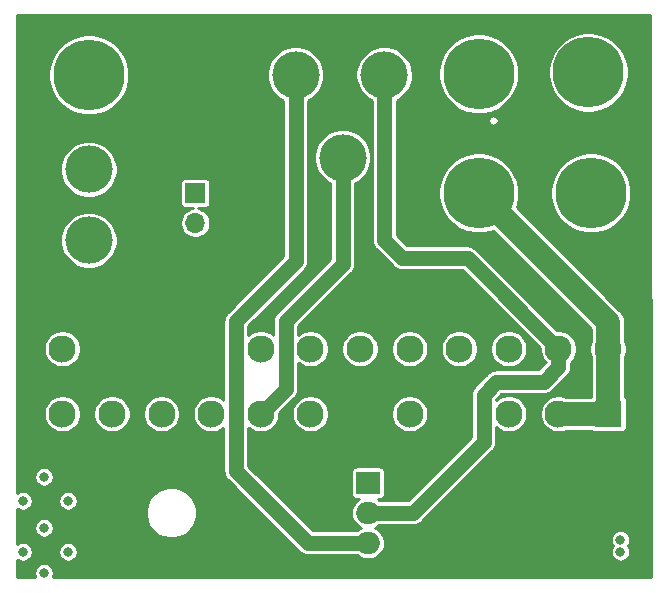
<source format=gbr>
%TF.GenerationSoftware,KiCad,Pcbnew,(5.1.12)-1*%
%TF.CreationDate,2023-10-03T16:06:21+02:00*%
%TF.ProjectId,PICO-AT,5049434f-2d41-4542-9e6b-696361645f70,rev?*%
%TF.SameCoordinates,Original*%
%TF.FileFunction,Copper,L1,Top*%
%TF.FilePolarity,Positive*%
%FSLAX46Y46*%
G04 Gerber Fmt 4.6, Leading zero omitted, Abs format (unit mm)*
G04 Created by KiCad (PCBNEW (5.1.12)-1) date 2023-10-03 16:06:21*
%MOMM*%
%LPD*%
G01*
G04 APERTURE LIST*
%TA.AperFunction,ComponentPad*%
%ADD10R,2.000000X1.905000*%
%TD*%
%TA.AperFunction,ComponentPad*%
%ADD11O,2.000000X1.905000*%
%TD*%
%TA.AperFunction,ComponentPad*%
%ADD12R,2.300000X2.300000*%
%TD*%
%TA.AperFunction,ComponentPad*%
%ADD13C,2.300000*%
%TD*%
%TA.AperFunction,ComponentPad*%
%ADD14O,1.700000X1.700000*%
%TD*%
%TA.AperFunction,ComponentPad*%
%ADD15R,1.700000X1.700000*%
%TD*%
%TA.AperFunction,ComponentPad*%
%ADD16C,4.000000*%
%TD*%
%TA.AperFunction,ComponentPad*%
%ADD17C,6.000000*%
%TD*%
%TA.AperFunction,ViaPad*%
%ADD18C,0.800000*%
%TD*%
%TA.AperFunction,Conductor*%
%ADD19C,1.250000*%
%TD*%
%TA.AperFunction,Conductor*%
%ADD20C,2.000000*%
%TD*%
%TA.AperFunction,Conductor*%
%ADD21C,0.254000*%
%TD*%
%TA.AperFunction,Conductor*%
%ADD22C,0.100000*%
%TD*%
G04 APERTURE END LIST*
D10*
%TO.P,U1,1*%
%TO.N,/GND*%
X151638000Y-113538000D03*
D11*
%TO.P,U1,2*%
%TO.N,/-12V*%
X151638000Y-116078000D03*
%TO.P,U1,3*%
%TO.N,/-5V*%
X151638000Y-118618000D03*
%TD*%
D12*
%TO.P,J1,1*%
%TO.N,/3.3V*%
X171958000Y-107696000D03*
D13*
%TO.P,J1,2*%
X167758000Y-107696000D03*
%TO.P,J1,3*%
%TO.N,/GND*%
X163558000Y-107696000D03*
%TO.P,J1,4*%
%TO.N,/5V*%
X159358000Y-107696000D03*
%TO.P,J1,5*%
%TO.N,/GND*%
X155158000Y-107696000D03*
%TO.P,J1,6*%
%TO.N,/5V*%
X150958000Y-107696000D03*
%TO.P,J1,7*%
%TO.N,/GND*%
X146758000Y-107696000D03*
%TO.P,J1,8*%
%TO.N,/PG*%
X142558000Y-107696000D03*
%TO.P,J1,9*%
%TO.N,Net-(J1-Pad9)*%
X138358000Y-107696000D03*
%TO.P,J1,10*%
%TO.N,/12V*%
X134158000Y-107696000D03*
%TO.P,J1,11*%
X129958000Y-107696000D03*
%TO.P,J1,12*%
%TO.N,Net-(J1-Pad12)*%
X125758000Y-107696000D03*
%TO.P,J1,13*%
%TO.N,/3.3V*%
X171958000Y-102196000D03*
%TO.P,J1,14*%
%TO.N,/-12V*%
X167758000Y-102196000D03*
%TO.P,J1,15*%
%TO.N,/GND*%
X163558000Y-102196000D03*
%TO.P,J1,16*%
%TO.N,/PS-ON*%
X159358000Y-102196000D03*
%TO.P,J1,17*%
%TO.N,/GND*%
X155158000Y-102196000D03*
%TO.P,J1,18*%
X150958000Y-102196000D03*
%TO.P,J1,19*%
X146758000Y-102196000D03*
%TO.P,J1,20*%
%TO.N,Net-(J1-Pad20)*%
X142558000Y-102196000D03*
%TO.P,J1,21*%
%TO.N,/5V*%
X138358000Y-102196000D03*
%TO.P,J1,22*%
X134158000Y-102196000D03*
%TO.P,J1,23*%
X129958000Y-102196000D03*
%TO.P,J1,24*%
%TO.N,/GND*%
X125758000Y-102196000D03*
%TD*%
D14*
%TO.P,+12V,2*%
%TO.N,/GND*%
X137000000Y-91540000D03*
D15*
%TO.P,+12V,1*%
%TO.N,/12V*%
X137000000Y-89000000D03*
%TD*%
D16*
%TO.P,GND,2*%
%TO.N,/GND*%
X128000000Y-93000000D03*
%TO.P,GND,1*%
%TO.N,/PS-ON*%
X128000000Y-87000000D03*
%TD*%
D17*
%TO.P,+3.3V,1*%
%TO.N,/3.3V*%
X161000000Y-89000000D03*
%TD*%
%TO.P,+5V Red,1*%
%TO.N,/5V*%
X137000000Y-79000000D03*
%TD*%
%TO.P,+12V Blue,1*%
%TO.N,/12V*%
X128000000Y-79000000D03*
%TD*%
%TO.P,GND,1*%
%TO.N,/GND*%
X170300000Y-78800000D03*
%TD*%
%TO.P,GND,1*%
%TO.N,/GND*%
X161000000Y-78900000D03*
%TD*%
%TO.P,GND,1*%
%TO.N,/GND*%
X170500000Y-89000000D03*
%TD*%
D16*
%TO.P,-12V,1*%
%TO.N,/-12V*%
X153000000Y-79000000D03*
%TD*%
%TO.P,-5V,1*%
%TO.N,/-5V*%
X145500000Y-79000000D03*
%TD*%
%TO.P,PG,1*%
%TO.N,/PG*%
X149500000Y-86000000D03*
%TD*%
D18*
%TO.N,/GND*%
X173012000Y-118364000D03*
X173012000Y-119380000D03*
X124206000Y-113030000D03*
X126238000Y-115062000D03*
X124206000Y-117348000D03*
X126238000Y-119380000D03*
X122428000Y-115062000D03*
X122428000Y-119380000D03*
X124206000Y-121158000D03*
%TD*%
D19*
%TO.N,/-12V*%
X167758000Y-102196000D02*
X160062000Y-94500000D01*
X160062000Y-94500000D02*
X154500000Y-94500000D01*
X153000000Y-93000000D02*
X154500000Y-94500000D01*
X153000000Y-79000000D02*
X153000000Y-93000000D01*
X162500000Y-105000000D02*
X166500000Y-105000000D01*
X161430000Y-106070000D02*
X162500000Y-105000000D01*
X166500000Y-105000000D02*
X167758000Y-103742000D01*
X161430000Y-110070000D02*
X161430000Y-106070000D01*
X167758000Y-103742000D02*
X167758000Y-102196000D01*
X155422000Y-116078000D02*
X161430000Y-110070000D01*
X151638000Y-116078000D02*
X155422000Y-116078000D01*
%TO.N,/-5V*%
X146528000Y-118618000D02*
X151638000Y-118618000D01*
X140450000Y-112540000D02*
X146528000Y-118618000D01*
X140450000Y-99840000D02*
X140450000Y-112540000D01*
X145500000Y-94790000D02*
X140450000Y-99840000D01*
X145500000Y-79000000D02*
X145500000Y-94790000D01*
%TO.N,/PG*%
X149500000Y-95000000D02*
X149500000Y-86000000D01*
X144670000Y-99830000D02*
X149500000Y-95000000D01*
X144670000Y-105584000D02*
X144670000Y-99830000D01*
X142558000Y-107696000D02*
X144670000Y-105584000D01*
D20*
%TO.N,/3.3V*%
X167758000Y-107696000D02*
X171958000Y-107696000D01*
X171958000Y-107696000D02*
X171958000Y-102196000D01*
X171958000Y-99958000D02*
X161000000Y-89000000D01*
X171958000Y-102196000D02*
X171958000Y-99958000D01*
%TD*%
D21*
%TO.N,/5V*%
X175569796Y-121548000D02*
X124939594Y-121548000D01*
X125001218Y-121399227D01*
X125033000Y-121239452D01*
X125033000Y-121076548D01*
X125001218Y-120916773D01*
X124938877Y-120766269D01*
X124848372Y-120630819D01*
X124733181Y-120515628D01*
X124597731Y-120425123D01*
X124447227Y-120362782D01*
X124287452Y-120331000D01*
X124124548Y-120331000D01*
X123964773Y-120362782D01*
X123814269Y-120425123D01*
X123678819Y-120515628D01*
X123563628Y-120630819D01*
X123473123Y-120766269D01*
X123410782Y-120916773D01*
X123379000Y-121076548D01*
X123379000Y-121239452D01*
X123410782Y-121399227D01*
X123472406Y-121548000D01*
X121952000Y-121548000D01*
X121952000Y-120056570D01*
X122036269Y-120112877D01*
X122186773Y-120175218D01*
X122346548Y-120207000D01*
X122509452Y-120207000D01*
X122669227Y-120175218D01*
X122819731Y-120112877D01*
X122955181Y-120022372D01*
X123070372Y-119907181D01*
X123160877Y-119771731D01*
X123223218Y-119621227D01*
X123255000Y-119461452D01*
X123255000Y-119298548D01*
X125411000Y-119298548D01*
X125411000Y-119461452D01*
X125442782Y-119621227D01*
X125505123Y-119771731D01*
X125595628Y-119907181D01*
X125710819Y-120022372D01*
X125846269Y-120112877D01*
X125996773Y-120175218D01*
X126156548Y-120207000D01*
X126319452Y-120207000D01*
X126479227Y-120175218D01*
X126629731Y-120112877D01*
X126765181Y-120022372D01*
X126880372Y-119907181D01*
X126970877Y-119771731D01*
X127033218Y-119621227D01*
X127065000Y-119461452D01*
X127065000Y-119298548D01*
X127033218Y-119138773D01*
X126970877Y-118988269D01*
X126880372Y-118852819D01*
X126765181Y-118737628D01*
X126629731Y-118647123D01*
X126479227Y-118584782D01*
X126319452Y-118553000D01*
X126156548Y-118553000D01*
X125996773Y-118584782D01*
X125846269Y-118647123D01*
X125710819Y-118737628D01*
X125595628Y-118852819D01*
X125505123Y-118988269D01*
X125442782Y-119138773D01*
X125411000Y-119298548D01*
X123255000Y-119298548D01*
X123223218Y-119138773D01*
X123160877Y-118988269D01*
X123070372Y-118852819D01*
X122955181Y-118737628D01*
X122819731Y-118647123D01*
X122669227Y-118584782D01*
X122509452Y-118553000D01*
X122346548Y-118553000D01*
X122186773Y-118584782D01*
X122036269Y-118647123D01*
X121952000Y-118703430D01*
X121952000Y-117266548D01*
X123379000Y-117266548D01*
X123379000Y-117429452D01*
X123410782Y-117589227D01*
X123473123Y-117739731D01*
X123563628Y-117875181D01*
X123678819Y-117990372D01*
X123814269Y-118080877D01*
X123964773Y-118143218D01*
X124124548Y-118175000D01*
X124287452Y-118175000D01*
X124447227Y-118143218D01*
X124597731Y-118080877D01*
X124733181Y-117990372D01*
X124848372Y-117875181D01*
X124938877Y-117739731D01*
X125001218Y-117589227D01*
X125033000Y-117429452D01*
X125033000Y-117266548D01*
X125001218Y-117106773D01*
X124938877Y-116956269D01*
X124848372Y-116820819D01*
X124733181Y-116705628D01*
X124597731Y-116615123D01*
X124447227Y-116552782D01*
X124287452Y-116521000D01*
X124124548Y-116521000D01*
X123964773Y-116552782D01*
X123814269Y-116615123D01*
X123678819Y-116705628D01*
X123563628Y-116820819D01*
X123473123Y-116956269D01*
X123410782Y-117106773D01*
X123379000Y-117266548D01*
X121952000Y-117266548D01*
X121952000Y-115738570D01*
X122036269Y-115794877D01*
X122186773Y-115857218D01*
X122346548Y-115889000D01*
X122509452Y-115889000D01*
X122669227Y-115857218D01*
X122819731Y-115794877D01*
X122955181Y-115704372D01*
X123070372Y-115589181D01*
X123160877Y-115453731D01*
X123223218Y-115303227D01*
X123255000Y-115143452D01*
X123255000Y-114980548D01*
X125411000Y-114980548D01*
X125411000Y-115143452D01*
X125442782Y-115303227D01*
X125505123Y-115453731D01*
X125595628Y-115589181D01*
X125710819Y-115704372D01*
X125846269Y-115794877D01*
X125996773Y-115857218D01*
X126156548Y-115889000D01*
X126319452Y-115889000D01*
X126447223Y-115863584D01*
X132801000Y-115863584D01*
X132801000Y-116292416D01*
X132884660Y-116713008D01*
X133048767Y-117109196D01*
X133287013Y-117465757D01*
X133590243Y-117768987D01*
X133946804Y-118007233D01*
X134342992Y-118171340D01*
X134763584Y-118255000D01*
X135192416Y-118255000D01*
X135613008Y-118171340D01*
X136009196Y-118007233D01*
X136365757Y-117768987D01*
X136668987Y-117465757D01*
X136907233Y-117109196D01*
X137071340Y-116713008D01*
X137155000Y-116292416D01*
X137155000Y-115863584D01*
X137071340Y-115442992D01*
X136907233Y-115046804D01*
X136668987Y-114690243D01*
X136365757Y-114387013D01*
X136009196Y-114148767D01*
X135613008Y-113984660D01*
X135192416Y-113901000D01*
X134763584Y-113901000D01*
X134342992Y-113984660D01*
X133946804Y-114148767D01*
X133590243Y-114387013D01*
X133287013Y-114690243D01*
X133048767Y-115046804D01*
X132884660Y-115442992D01*
X132801000Y-115863584D01*
X126447223Y-115863584D01*
X126479227Y-115857218D01*
X126629731Y-115794877D01*
X126765181Y-115704372D01*
X126880372Y-115589181D01*
X126970877Y-115453731D01*
X127033218Y-115303227D01*
X127065000Y-115143452D01*
X127065000Y-114980548D01*
X127033218Y-114820773D01*
X126970877Y-114670269D01*
X126880372Y-114534819D01*
X126765181Y-114419628D01*
X126629731Y-114329123D01*
X126479227Y-114266782D01*
X126319452Y-114235000D01*
X126156548Y-114235000D01*
X125996773Y-114266782D01*
X125846269Y-114329123D01*
X125710819Y-114419628D01*
X125595628Y-114534819D01*
X125505123Y-114670269D01*
X125442782Y-114820773D01*
X125411000Y-114980548D01*
X123255000Y-114980548D01*
X123223218Y-114820773D01*
X123160877Y-114670269D01*
X123070372Y-114534819D01*
X122955181Y-114419628D01*
X122819731Y-114329123D01*
X122669227Y-114266782D01*
X122509452Y-114235000D01*
X122346548Y-114235000D01*
X122186773Y-114266782D01*
X122036269Y-114329123D01*
X121952000Y-114385430D01*
X121952000Y-112948548D01*
X123379000Y-112948548D01*
X123379000Y-113111452D01*
X123410782Y-113271227D01*
X123473123Y-113421731D01*
X123563628Y-113557181D01*
X123678819Y-113672372D01*
X123814269Y-113762877D01*
X123964773Y-113825218D01*
X124124548Y-113857000D01*
X124287452Y-113857000D01*
X124447227Y-113825218D01*
X124597731Y-113762877D01*
X124733181Y-113672372D01*
X124848372Y-113557181D01*
X124938877Y-113421731D01*
X125001218Y-113271227D01*
X125033000Y-113111452D01*
X125033000Y-112948548D01*
X125001218Y-112788773D01*
X124938877Y-112638269D01*
X124848372Y-112502819D01*
X124733181Y-112387628D01*
X124597731Y-112297123D01*
X124447227Y-112234782D01*
X124287452Y-112203000D01*
X124124548Y-112203000D01*
X123964773Y-112234782D01*
X123814269Y-112297123D01*
X123678819Y-112387628D01*
X123563628Y-112502819D01*
X123473123Y-112638269D01*
X123410782Y-112788773D01*
X123379000Y-112948548D01*
X121952000Y-112948548D01*
X121952000Y-107540679D01*
X124181000Y-107540679D01*
X124181000Y-107851321D01*
X124241604Y-108155994D01*
X124360481Y-108442989D01*
X124533064Y-108701279D01*
X124752721Y-108920936D01*
X125011011Y-109093519D01*
X125298006Y-109212396D01*
X125602679Y-109273000D01*
X125913321Y-109273000D01*
X126217994Y-109212396D01*
X126504989Y-109093519D01*
X126763279Y-108920936D01*
X126982936Y-108701279D01*
X127155519Y-108442989D01*
X127274396Y-108155994D01*
X127335000Y-107851321D01*
X127335000Y-107540679D01*
X128381000Y-107540679D01*
X128381000Y-107851321D01*
X128441604Y-108155994D01*
X128560481Y-108442989D01*
X128733064Y-108701279D01*
X128952721Y-108920936D01*
X129211011Y-109093519D01*
X129498006Y-109212396D01*
X129802679Y-109273000D01*
X130113321Y-109273000D01*
X130417994Y-109212396D01*
X130704989Y-109093519D01*
X130963279Y-108920936D01*
X131182936Y-108701279D01*
X131355519Y-108442989D01*
X131474396Y-108155994D01*
X131535000Y-107851321D01*
X131535000Y-107540679D01*
X132581000Y-107540679D01*
X132581000Y-107851321D01*
X132641604Y-108155994D01*
X132760481Y-108442989D01*
X132933064Y-108701279D01*
X133152721Y-108920936D01*
X133411011Y-109093519D01*
X133698006Y-109212396D01*
X134002679Y-109273000D01*
X134313321Y-109273000D01*
X134617994Y-109212396D01*
X134904989Y-109093519D01*
X135163279Y-108920936D01*
X135382936Y-108701279D01*
X135555519Y-108442989D01*
X135674396Y-108155994D01*
X135735000Y-107851321D01*
X135735000Y-107540679D01*
X136781000Y-107540679D01*
X136781000Y-107851321D01*
X136841604Y-108155994D01*
X136960481Y-108442989D01*
X137133064Y-108701279D01*
X137352721Y-108920936D01*
X137611011Y-109093519D01*
X137898006Y-109212396D01*
X138202679Y-109273000D01*
X138513321Y-109273000D01*
X138817994Y-109212396D01*
X139104989Y-109093519D01*
X139363279Y-108920936D01*
X139398001Y-108886214D01*
X139398001Y-112488311D01*
X139392910Y-112540000D01*
X139413222Y-112746227D01*
X139473376Y-112944530D01*
X139473377Y-112944531D01*
X139571063Y-113127288D01*
X139702525Y-113287476D01*
X139742675Y-113320426D01*
X145747574Y-119325326D01*
X145780524Y-119365476D01*
X145940712Y-119496938D01*
X146123469Y-119594624D01*
X146321772Y-119654778D01*
X146527999Y-119675090D01*
X146579678Y-119670000D01*
X150697848Y-119670000D01*
X150820383Y-119770562D01*
X151060034Y-119898658D01*
X151320071Y-119977539D01*
X151522738Y-119997500D01*
X151753262Y-119997500D01*
X151955929Y-119977539D01*
X152215966Y-119898658D01*
X152455617Y-119770562D01*
X152665673Y-119598173D01*
X152838062Y-119388117D01*
X152966158Y-119148466D01*
X153045039Y-118888429D01*
X153071674Y-118618000D01*
X153045039Y-118347571D01*
X153025315Y-118282548D01*
X172185000Y-118282548D01*
X172185000Y-118445452D01*
X172216782Y-118605227D01*
X172279123Y-118755731D01*
X172356812Y-118872000D01*
X172279123Y-118988269D01*
X172216782Y-119138773D01*
X172185000Y-119298548D01*
X172185000Y-119461452D01*
X172216782Y-119621227D01*
X172279123Y-119771731D01*
X172369628Y-119907181D01*
X172484819Y-120022372D01*
X172620269Y-120112877D01*
X172770773Y-120175218D01*
X172930548Y-120207000D01*
X173093452Y-120207000D01*
X173253227Y-120175218D01*
X173403731Y-120112877D01*
X173539181Y-120022372D01*
X173654372Y-119907181D01*
X173744877Y-119771731D01*
X173807218Y-119621227D01*
X173839000Y-119461452D01*
X173839000Y-119298548D01*
X173807218Y-119138773D01*
X173744877Y-118988269D01*
X173667188Y-118872000D01*
X173744877Y-118755731D01*
X173807218Y-118605227D01*
X173839000Y-118445452D01*
X173839000Y-118282548D01*
X173807218Y-118122773D01*
X173744877Y-117972269D01*
X173654372Y-117836819D01*
X173539181Y-117721628D01*
X173403731Y-117631123D01*
X173253227Y-117568782D01*
X173093452Y-117537000D01*
X172930548Y-117537000D01*
X172770773Y-117568782D01*
X172620269Y-117631123D01*
X172484819Y-117721628D01*
X172369628Y-117836819D01*
X172279123Y-117972269D01*
X172216782Y-118122773D01*
X172185000Y-118282548D01*
X153025315Y-118282548D01*
X152966158Y-118087534D01*
X152838062Y-117847883D01*
X152665673Y-117637827D01*
X152455617Y-117465438D01*
X152235906Y-117348000D01*
X152455617Y-117230562D01*
X152578152Y-117130000D01*
X155370321Y-117130000D01*
X155422000Y-117135090D01*
X155473679Y-117130000D01*
X155628228Y-117114778D01*
X155826531Y-117054624D01*
X156009288Y-116956938D01*
X156169476Y-116825476D01*
X156202431Y-116785320D01*
X162137326Y-110850426D01*
X162177476Y-110817476D01*
X162308938Y-110657288D01*
X162406624Y-110474531D01*
X162466778Y-110276228D01*
X162482000Y-110121679D01*
X162482000Y-110121678D01*
X162487090Y-110070001D01*
X162482000Y-110018322D01*
X162482000Y-108850215D01*
X162552721Y-108920936D01*
X162811011Y-109093519D01*
X163098006Y-109212396D01*
X163402679Y-109273000D01*
X163713321Y-109273000D01*
X164017994Y-109212396D01*
X164304989Y-109093519D01*
X164563279Y-108920936D01*
X164782936Y-108701279D01*
X164955519Y-108442989D01*
X165074396Y-108155994D01*
X165135000Y-107851321D01*
X165135000Y-107540679D01*
X165074396Y-107236006D01*
X164955519Y-106949011D01*
X164782936Y-106690721D01*
X164563279Y-106471064D01*
X164304989Y-106298481D01*
X164017994Y-106179604D01*
X163713321Y-106119000D01*
X163402679Y-106119000D01*
X163098006Y-106179604D01*
X162811011Y-106298481D01*
X162552721Y-106471064D01*
X162482000Y-106541785D01*
X162482000Y-106505752D01*
X162935752Y-106052000D01*
X166448321Y-106052000D01*
X166500000Y-106057090D01*
X166551679Y-106052000D01*
X166706228Y-106036778D01*
X166904531Y-105976624D01*
X167087288Y-105878938D01*
X167247476Y-105747476D01*
X167280430Y-105707321D01*
X168465331Y-104522422D01*
X168505476Y-104489476D01*
X168636938Y-104329288D01*
X168734624Y-104146531D01*
X168794778Y-103948228D01*
X168810000Y-103793679D01*
X168810000Y-103793678D01*
X168815090Y-103742000D01*
X168810000Y-103690321D01*
X168810000Y-103374215D01*
X168982936Y-103201279D01*
X169155519Y-102942989D01*
X169274396Y-102655994D01*
X169335000Y-102351321D01*
X169335000Y-102040679D01*
X169274396Y-101736006D01*
X169155519Y-101449011D01*
X168982936Y-101190721D01*
X168763279Y-100971064D01*
X168504989Y-100798481D01*
X168217994Y-100679604D01*
X167913321Y-100619000D01*
X167668753Y-100619000D01*
X160842431Y-93792680D01*
X160809476Y-93752524D01*
X160649288Y-93621062D01*
X160466531Y-93523376D01*
X160268228Y-93463222D01*
X160113679Y-93448000D01*
X160062000Y-93442910D01*
X160010321Y-93448000D01*
X154935753Y-93448000D01*
X154052000Y-92564249D01*
X154052000Y-88662470D01*
X157573000Y-88662470D01*
X157573000Y-89337530D01*
X157704697Y-89999619D01*
X157963032Y-90623293D01*
X158338075Y-91184585D01*
X158815415Y-91661925D01*
X159376707Y-92036968D01*
X160000381Y-92295303D01*
X160662470Y-92427000D01*
X161337530Y-92427000D01*
X161999619Y-92295303D01*
X162195913Y-92213995D01*
X170531001Y-100549083D01*
X170531000Y-101520184D01*
X170441604Y-101736006D01*
X170381000Y-102040679D01*
X170381000Y-102351321D01*
X170441604Y-102655994D01*
X170531001Y-102871818D01*
X170531000Y-106220943D01*
X170504605Y-106242605D01*
X170482943Y-106269000D01*
X168433815Y-106269000D01*
X168217994Y-106179604D01*
X167913321Y-106119000D01*
X167602679Y-106119000D01*
X167298006Y-106179604D01*
X167011011Y-106298481D01*
X166752721Y-106471064D01*
X166533064Y-106690721D01*
X166360481Y-106949011D01*
X166241604Y-107236006D01*
X166181000Y-107540679D01*
X166181000Y-107851321D01*
X166241604Y-108155994D01*
X166360481Y-108442989D01*
X166533064Y-108701279D01*
X166752721Y-108920936D01*
X167011011Y-109093519D01*
X167298006Y-109212396D01*
X167602679Y-109273000D01*
X167913321Y-109273000D01*
X168217994Y-109212396D01*
X168433815Y-109123000D01*
X170482943Y-109123000D01*
X170504605Y-109149395D01*
X170569624Y-109202755D01*
X170643804Y-109242405D01*
X170724293Y-109266822D01*
X170808000Y-109275066D01*
X173108000Y-109275066D01*
X173191707Y-109266822D01*
X173272196Y-109242405D01*
X173346376Y-109202755D01*
X173411395Y-109149395D01*
X173464755Y-109084376D01*
X173504405Y-109010196D01*
X173528822Y-108929707D01*
X173537066Y-108846000D01*
X173537066Y-106546000D01*
X173528822Y-106462293D01*
X173504405Y-106381804D01*
X173464755Y-106307624D01*
X173411395Y-106242605D01*
X173385000Y-106220943D01*
X173385000Y-102871815D01*
X173474396Y-102655994D01*
X173535000Y-102351321D01*
X173535000Y-102040679D01*
X173474396Y-101736006D01*
X173385000Y-101520185D01*
X173385000Y-100028087D01*
X173391903Y-99957999D01*
X173385000Y-99887911D01*
X173385000Y-99887902D01*
X173364352Y-99678259D01*
X173282755Y-99409269D01*
X173150248Y-99161366D01*
X172971923Y-98944077D01*
X172917472Y-98899390D01*
X164213995Y-90195913D01*
X164295303Y-89999619D01*
X164427000Y-89337530D01*
X164427000Y-88662470D01*
X167073000Y-88662470D01*
X167073000Y-89337530D01*
X167204697Y-89999619D01*
X167463032Y-90623293D01*
X167838075Y-91184585D01*
X168315415Y-91661925D01*
X168876707Y-92036968D01*
X169500381Y-92295303D01*
X170162470Y-92427000D01*
X170837530Y-92427000D01*
X171499619Y-92295303D01*
X172123293Y-92036968D01*
X172684585Y-91661925D01*
X173161925Y-91184585D01*
X173536968Y-90623293D01*
X173795303Y-89999619D01*
X173927000Y-89337530D01*
X173927000Y-88662470D01*
X173795303Y-88000381D01*
X173536968Y-87376707D01*
X173161925Y-86815415D01*
X172684585Y-86338075D01*
X172123293Y-85963032D01*
X171499619Y-85704697D01*
X170837530Y-85573000D01*
X170162470Y-85573000D01*
X169500381Y-85704697D01*
X168876707Y-85963032D01*
X168315415Y-86338075D01*
X167838075Y-86815415D01*
X167463032Y-87376707D01*
X167204697Y-88000381D01*
X167073000Y-88662470D01*
X164427000Y-88662470D01*
X164295303Y-88000381D01*
X164036968Y-87376707D01*
X163661925Y-86815415D01*
X163184585Y-86338075D01*
X162623293Y-85963032D01*
X161999619Y-85704697D01*
X161337530Y-85573000D01*
X160662470Y-85573000D01*
X160000381Y-85704697D01*
X159376707Y-85963032D01*
X158815415Y-86338075D01*
X158338075Y-86815415D01*
X157963032Y-87376707D01*
X157704697Y-88000381D01*
X157573000Y-88662470D01*
X154052000Y-88662470D01*
X154052000Y-82868000D01*
X161789813Y-82868000D01*
X161798540Y-82956607D01*
X161824386Y-83041810D01*
X161866357Y-83120333D01*
X161922841Y-83189159D01*
X161991667Y-83245643D01*
X162070190Y-83287614D01*
X162155393Y-83313460D01*
X162221795Y-83320000D01*
X162266205Y-83320000D01*
X162332607Y-83313460D01*
X162417810Y-83287614D01*
X162496333Y-83245643D01*
X162565159Y-83189159D01*
X162621643Y-83120333D01*
X162663614Y-83041810D01*
X162689460Y-82956607D01*
X162698187Y-82868000D01*
X162689460Y-82779393D01*
X162663614Y-82694190D01*
X162621643Y-82615667D01*
X162565159Y-82546841D01*
X162496333Y-82490357D01*
X162417810Y-82448386D01*
X162332607Y-82422540D01*
X162266205Y-82416000D01*
X162221795Y-82416000D01*
X162155393Y-82422540D01*
X162070190Y-82448386D01*
X161991667Y-82490357D01*
X161922841Y-82546841D01*
X161866357Y-82615667D01*
X161824386Y-82694190D01*
X161798540Y-82779393D01*
X161789813Y-82868000D01*
X154052000Y-82868000D01*
X154052000Y-81191213D01*
X154149615Y-81150779D01*
X154547122Y-80885174D01*
X154885174Y-80547122D01*
X155150779Y-80149615D01*
X155333732Y-79707930D01*
X155427000Y-79239039D01*
X155427000Y-78760961D01*
X155387518Y-78562470D01*
X157573000Y-78562470D01*
X157573000Y-79237530D01*
X157704697Y-79899619D01*
X157963032Y-80523293D01*
X158338075Y-81084585D01*
X158815415Y-81561925D01*
X159376707Y-81936968D01*
X160000381Y-82195303D01*
X160662470Y-82327000D01*
X161337530Y-82327000D01*
X161999619Y-82195303D01*
X162623293Y-81936968D01*
X163184585Y-81561925D01*
X163661925Y-81084585D01*
X164036968Y-80523293D01*
X164295303Y-79899619D01*
X164427000Y-79237530D01*
X164427000Y-78562470D01*
X164407109Y-78462470D01*
X166873000Y-78462470D01*
X166873000Y-79137530D01*
X167004697Y-79799619D01*
X167263032Y-80423293D01*
X167638075Y-80984585D01*
X168115415Y-81461925D01*
X168676707Y-81836968D01*
X169300381Y-82095303D01*
X169962470Y-82227000D01*
X170637530Y-82227000D01*
X171299619Y-82095303D01*
X171923293Y-81836968D01*
X172484585Y-81461925D01*
X172961925Y-80984585D01*
X173336968Y-80423293D01*
X173595303Y-79799619D01*
X173727000Y-79137530D01*
X173727000Y-78462470D01*
X173595303Y-77800381D01*
X173336968Y-77176707D01*
X172961925Y-76615415D01*
X172484585Y-76138075D01*
X171923293Y-75763032D01*
X171299619Y-75504697D01*
X170637530Y-75373000D01*
X169962470Y-75373000D01*
X169300381Y-75504697D01*
X168676707Y-75763032D01*
X168115415Y-76138075D01*
X167638075Y-76615415D01*
X167263032Y-77176707D01*
X167004697Y-77800381D01*
X166873000Y-78462470D01*
X164407109Y-78462470D01*
X164295303Y-77900381D01*
X164036968Y-77276707D01*
X163661925Y-76715415D01*
X163184585Y-76238075D01*
X162623293Y-75863032D01*
X161999619Y-75604697D01*
X161337530Y-75473000D01*
X160662470Y-75473000D01*
X160000381Y-75604697D01*
X159376707Y-75863032D01*
X158815415Y-76238075D01*
X158338075Y-76715415D01*
X157963032Y-77276707D01*
X157704697Y-77900381D01*
X157573000Y-78562470D01*
X155387518Y-78562470D01*
X155333732Y-78292070D01*
X155150779Y-77850385D01*
X154885174Y-77452878D01*
X154547122Y-77114826D01*
X154149615Y-76849221D01*
X153707930Y-76666268D01*
X153239039Y-76573000D01*
X152760961Y-76573000D01*
X152292070Y-76666268D01*
X151850385Y-76849221D01*
X151452878Y-77114826D01*
X151114826Y-77452878D01*
X150849221Y-77850385D01*
X150666268Y-78292070D01*
X150573000Y-78760961D01*
X150573000Y-79239039D01*
X150666268Y-79707930D01*
X150849221Y-80149615D01*
X151114826Y-80547122D01*
X151452878Y-80885174D01*
X151850385Y-81150779D01*
X151948000Y-81191213D01*
X151948001Y-92948311D01*
X151942910Y-93000000D01*
X151963222Y-93206227D01*
X152023376Y-93404530D01*
X152023377Y-93404531D01*
X152121063Y-93587288D01*
X152252525Y-93747476D01*
X152292675Y-93780426D01*
X153719578Y-95207331D01*
X153752524Y-95247476D01*
X153912712Y-95378938D01*
X154095469Y-95476624D01*
X154293772Y-95536778D01*
X154499999Y-95557090D01*
X154551678Y-95552000D01*
X159626249Y-95552000D01*
X166181000Y-102106753D01*
X166181000Y-102351321D01*
X166241604Y-102655994D01*
X166360481Y-102942989D01*
X166533064Y-103201279D01*
X166672016Y-103340231D01*
X166064248Y-103948000D01*
X162551686Y-103948000D01*
X162500000Y-103942909D01*
X162293772Y-103963222D01*
X162095469Y-104023376D01*
X161912712Y-104121062D01*
X161752524Y-104252524D01*
X161719580Y-104292667D01*
X160722674Y-105289574D01*
X160682525Y-105322524D01*
X160551063Y-105482712D01*
X160498848Y-105580399D01*
X160453376Y-105665470D01*
X160393222Y-105863773D01*
X160372910Y-106070000D01*
X160378001Y-106121688D01*
X160378000Y-109634248D01*
X154986249Y-115026000D01*
X152578152Y-115026000D01*
X152455617Y-114925438D01*
X152444631Y-114919566D01*
X152638000Y-114919566D01*
X152721707Y-114911322D01*
X152802196Y-114886905D01*
X152876376Y-114847255D01*
X152941395Y-114793895D01*
X152994755Y-114728876D01*
X153034405Y-114654696D01*
X153058822Y-114574207D01*
X153067066Y-114490500D01*
X153067066Y-112585500D01*
X153058822Y-112501793D01*
X153034405Y-112421304D01*
X152994755Y-112347124D01*
X152941395Y-112282105D01*
X152876376Y-112228745D01*
X152802196Y-112189095D01*
X152721707Y-112164678D01*
X152638000Y-112156434D01*
X150638000Y-112156434D01*
X150554293Y-112164678D01*
X150473804Y-112189095D01*
X150399624Y-112228745D01*
X150334605Y-112282105D01*
X150281245Y-112347124D01*
X150241595Y-112421304D01*
X150217178Y-112501793D01*
X150208934Y-112585500D01*
X150208934Y-114490500D01*
X150217178Y-114574207D01*
X150241595Y-114654696D01*
X150281245Y-114728876D01*
X150334605Y-114793895D01*
X150399624Y-114847255D01*
X150473804Y-114886905D01*
X150554293Y-114911322D01*
X150638000Y-114919566D01*
X150831369Y-114919566D01*
X150820383Y-114925438D01*
X150610327Y-115097827D01*
X150437938Y-115307883D01*
X150309842Y-115547534D01*
X150230961Y-115807571D01*
X150204326Y-116078000D01*
X150230961Y-116348429D01*
X150309842Y-116608466D01*
X150437938Y-116848117D01*
X150610327Y-117058173D01*
X150820383Y-117230562D01*
X151040094Y-117348000D01*
X150820383Y-117465438D01*
X150697848Y-117566000D01*
X146963752Y-117566000D01*
X141502000Y-112104249D01*
X141502000Y-108870215D01*
X141552721Y-108920936D01*
X141811011Y-109093519D01*
X142098006Y-109212396D01*
X142402679Y-109273000D01*
X142713321Y-109273000D01*
X143017994Y-109212396D01*
X143304989Y-109093519D01*
X143563279Y-108920936D01*
X143782936Y-108701279D01*
X143955519Y-108442989D01*
X144074396Y-108155994D01*
X144135000Y-107851321D01*
X144135000Y-107606751D01*
X144201072Y-107540679D01*
X145181000Y-107540679D01*
X145181000Y-107851321D01*
X145241604Y-108155994D01*
X145360481Y-108442989D01*
X145533064Y-108701279D01*
X145752721Y-108920936D01*
X146011011Y-109093519D01*
X146298006Y-109212396D01*
X146602679Y-109273000D01*
X146913321Y-109273000D01*
X147217994Y-109212396D01*
X147504989Y-109093519D01*
X147763279Y-108920936D01*
X147982936Y-108701279D01*
X148155519Y-108442989D01*
X148274396Y-108155994D01*
X148335000Y-107851321D01*
X148335000Y-107540679D01*
X153581000Y-107540679D01*
X153581000Y-107851321D01*
X153641604Y-108155994D01*
X153760481Y-108442989D01*
X153933064Y-108701279D01*
X154152721Y-108920936D01*
X154411011Y-109093519D01*
X154698006Y-109212396D01*
X155002679Y-109273000D01*
X155313321Y-109273000D01*
X155617994Y-109212396D01*
X155904989Y-109093519D01*
X156163279Y-108920936D01*
X156382936Y-108701279D01*
X156555519Y-108442989D01*
X156674396Y-108155994D01*
X156735000Y-107851321D01*
X156735000Y-107540679D01*
X156674396Y-107236006D01*
X156555519Y-106949011D01*
X156382936Y-106690721D01*
X156163279Y-106471064D01*
X155904989Y-106298481D01*
X155617994Y-106179604D01*
X155313321Y-106119000D01*
X155002679Y-106119000D01*
X154698006Y-106179604D01*
X154411011Y-106298481D01*
X154152721Y-106471064D01*
X153933064Y-106690721D01*
X153760481Y-106949011D01*
X153641604Y-107236006D01*
X153581000Y-107540679D01*
X148335000Y-107540679D01*
X148274396Y-107236006D01*
X148155519Y-106949011D01*
X147982936Y-106690721D01*
X147763279Y-106471064D01*
X147504989Y-106298481D01*
X147217994Y-106179604D01*
X146913321Y-106119000D01*
X146602679Y-106119000D01*
X146298006Y-106179604D01*
X146011011Y-106298481D01*
X145752721Y-106471064D01*
X145533064Y-106690721D01*
X145360481Y-106949011D01*
X145241604Y-107236006D01*
X145181000Y-107540679D01*
X144201072Y-107540679D01*
X145377326Y-106364426D01*
X145417476Y-106331476D01*
X145548938Y-106171288D01*
X145646624Y-105988531D01*
X145706778Y-105790228D01*
X145710989Y-105747475D01*
X145727090Y-105584001D01*
X145722000Y-105532322D01*
X145722000Y-103390215D01*
X145752721Y-103420936D01*
X146011011Y-103593519D01*
X146298006Y-103712396D01*
X146602679Y-103773000D01*
X146913321Y-103773000D01*
X147217994Y-103712396D01*
X147504989Y-103593519D01*
X147763279Y-103420936D01*
X147982936Y-103201279D01*
X148155519Y-102942989D01*
X148274396Y-102655994D01*
X148335000Y-102351321D01*
X148335000Y-102040679D01*
X149381000Y-102040679D01*
X149381000Y-102351321D01*
X149441604Y-102655994D01*
X149560481Y-102942989D01*
X149733064Y-103201279D01*
X149952721Y-103420936D01*
X150211011Y-103593519D01*
X150498006Y-103712396D01*
X150802679Y-103773000D01*
X151113321Y-103773000D01*
X151417994Y-103712396D01*
X151704989Y-103593519D01*
X151963279Y-103420936D01*
X152182936Y-103201279D01*
X152355519Y-102942989D01*
X152474396Y-102655994D01*
X152535000Y-102351321D01*
X152535000Y-102040679D01*
X153581000Y-102040679D01*
X153581000Y-102351321D01*
X153641604Y-102655994D01*
X153760481Y-102942989D01*
X153933064Y-103201279D01*
X154152721Y-103420936D01*
X154411011Y-103593519D01*
X154698006Y-103712396D01*
X155002679Y-103773000D01*
X155313321Y-103773000D01*
X155617994Y-103712396D01*
X155904989Y-103593519D01*
X156163279Y-103420936D01*
X156382936Y-103201279D01*
X156555519Y-102942989D01*
X156674396Y-102655994D01*
X156735000Y-102351321D01*
X156735000Y-102040679D01*
X157781000Y-102040679D01*
X157781000Y-102351321D01*
X157841604Y-102655994D01*
X157960481Y-102942989D01*
X158133064Y-103201279D01*
X158352721Y-103420936D01*
X158611011Y-103593519D01*
X158898006Y-103712396D01*
X159202679Y-103773000D01*
X159513321Y-103773000D01*
X159817994Y-103712396D01*
X160104989Y-103593519D01*
X160363279Y-103420936D01*
X160582936Y-103201279D01*
X160755519Y-102942989D01*
X160874396Y-102655994D01*
X160935000Y-102351321D01*
X160935000Y-102040679D01*
X161981000Y-102040679D01*
X161981000Y-102351321D01*
X162041604Y-102655994D01*
X162160481Y-102942989D01*
X162333064Y-103201279D01*
X162552721Y-103420936D01*
X162811011Y-103593519D01*
X163098006Y-103712396D01*
X163402679Y-103773000D01*
X163713321Y-103773000D01*
X164017994Y-103712396D01*
X164304989Y-103593519D01*
X164563279Y-103420936D01*
X164782936Y-103201279D01*
X164955519Y-102942989D01*
X165074396Y-102655994D01*
X165135000Y-102351321D01*
X165135000Y-102040679D01*
X165074396Y-101736006D01*
X164955519Y-101449011D01*
X164782936Y-101190721D01*
X164563279Y-100971064D01*
X164304989Y-100798481D01*
X164017994Y-100679604D01*
X163713321Y-100619000D01*
X163402679Y-100619000D01*
X163098006Y-100679604D01*
X162811011Y-100798481D01*
X162552721Y-100971064D01*
X162333064Y-101190721D01*
X162160481Y-101449011D01*
X162041604Y-101736006D01*
X161981000Y-102040679D01*
X160935000Y-102040679D01*
X160874396Y-101736006D01*
X160755519Y-101449011D01*
X160582936Y-101190721D01*
X160363279Y-100971064D01*
X160104989Y-100798481D01*
X159817994Y-100679604D01*
X159513321Y-100619000D01*
X159202679Y-100619000D01*
X158898006Y-100679604D01*
X158611011Y-100798481D01*
X158352721Y-100971064D01*
X158133064Y-101190721D01*
X157960481Y-101449011D01*
X157841604Y-101736006D01*
X157781000Y-102040679D01*
X156735000Y-102040679D01*
X156674396Y-101736006D01*
X156555519Y-101449011D01*
X156382936Y-101190721D01*
X156163279Y-100971064D01*
X155904989Y-100798481D01*
X155617994Y-100679604D01*
X155313321Y-100619000D01*
X155002679Y-100619000D01*
X154698006Y-100679604D01*
X154411011Y-100798481D01*
X154152721Y-100971064D01*
X153933064Y-101190721D01*
X153760481Y-101449011D01*
X153641604Y-101736006D01*
X153581000Y-102040679D01*
X152535000Y-102040679D01*
X152474396Y-101736006D01*
X152355519Y-101449011D01*
X152182936Y-101190721D01*
X151963279Y-100971064D01*
X151704989Y-100798481D01*
X151417994Y-100679604D01*
X151113321Y-100619000D01*
X150802679Y-100619000D01*
X150498006Y-100679604D01*
X150211011Y-100798481D01*
X149952721Y-100971064D01*
X149733064Y-101190721D01*
X149560481Y-101449011D01*
X149441604Y-101736006D01*
X149381000Y-102040679D01*
X148335000Y-102040679D01*
X148274396Y-101736006D01*
X148155519Y-101449011D01*
X147982936Y-101190721D01*
X147763279Y-100971064D01*
X147504989Y-100798481D01*
X147217994Y-100679604D01*
X146913321Y-100619000D01*
X146602679Y-100619000D01*
X146298006Y-100679604D01*
X146011011Y-100798481D01*
X145752721Y-100971064D01*
X145722000Y-101001785D01*
X145722000Y-100265751D01*
X150207331Y-95780422D01*
X150247476Y-95747476D01*
X150378938Y-95587288D01*
X150476624Y-95404531D01*
X150536778Y-95206228D01*
X150537930Y-95194531D01*
X150557091Y-95000000D01*
X150552000Y-94948314D01*
X150552000Y-88191213D01*
X150649615Y-88150779D01*
X151047122Y-87885174D01*
X151385174Y-87547122D01*
X151650779Y-87149615D01*
X151833732Y-86707930D01*
X151927000Y-86239039D01*
X151927000Y-85760961D01*
X151833732Y-85292070D01*
X151650779Y-84850385D01*
X151385174Y-84452878D01*
X151047122Y-84114826D01*
X150649615Y-83849221D01*
X150207930Y-83666268D01*
X149739039Y-83573000D01*
X149260961Y-83573000D01*
X148792070Y-83666268D01*
X148350385Y-83849221D01*
X147952878Y-84114826D01*
X147614826Y-84452878D01*
X147349221Y-84850385D01*
X147166268Y-85292070D01*
X147073000Y-85760961D01*
X147073000Y-86239039D01*
X147166268Y-86707930D01*
X147349221Y-87149615D01*
X147614826Y-87547122D01*
X147952878Y-87885174D01*
X148350385Y-88150779D01*
X148448001Y-88191213D01*
X148448000Y-94564247D01*
X143962675Y-99049574D01*
X143922525Y-99082524D01*
X143791063Y-99242712D01*
X143738848Y-99340399D01*
X143693376Y-99425470D01*
X143633222Y-99623773D01*
X143612910Y-99830000D01*
X143618001Y-99881689D01*
X143618001Y-101025786D01*
X143563279Y-100971064D01*
X143304989Y-100798481D01*
X143017994Y-100679604D01*
X142713321Y-100619000D01*
X142402679Y-100619000D01*
X142098006Y-100679604D01*
X141811011Y-100798481D01*
X141552721Y-100971064D01*
X141502000Y-101021785D01*
X141502000Y-100275751D01*
X146207331Y-95570422D01*
X146247476Y-95537476D01*
X146378938Y-95377288D01*
X146476624Y-95194531D01*
X146536778Y-94996228D01*
X146552000Y-94841679D01*
X146557090Y-94790001D01*
X146552000Y-94738322D01*
X146552000Y-81191213D01*
X146649615Y-81150779D01*
X147047122Y-80885174D01*
X147385174Y-80547122D01*
X147650779Y-80149615D01*
X147833732Y-79707930D01*
X147927000Y-79239039D01*
X147927000Y-78760961D01*
X147833732Y-78292070D01*
X147650779Y-77850385D01*
X147385174Y-77452878D01*
X147047122Y-77114826D01*
X146649615Y-76849221D01*
X146207930Y-76666268D01*
X145739039Y-76573000D01*
X145260961Y-76573000D01*
X144792070Y-76666268D01*
X144350385Y-76849221D01*
X143952878Y-77114826D01*
X143614826Y-77452878D01*
X143349221Y-77850385D01*
X143166268Y-78292070D01*
X143073000Y-78760961D01*
X143073000Y-79239039D01*
X143166268Y-79707930D01*
X143349221Y-80149615D01*
X143614826Y-80547122D01*
X143952878Y-80885174D01*
X144350385Y-81150779D01*
X144448000Y-81191213D01*
X144448001Y-94354246D01*
X139742680Y-99059569D01*
X139702524Y-99092524D01*
X139571062Y-99252712D01*
X139487381Y-99409268D01*
X139473376Y-99435470D01*
X139413222Y-99633773D01*
X139392910Y-99840000D01*
X139398000Y-99891679D01*
X139398001Y-106505786D01*
X139363279Y-106471064D01*
X139104989Y-106298481D01*
X138817994Y-106179604D01*
X138513321Y-106119000D01*
X138202679Y-106119000D01*
X137898006Y-106179604D01*
X137611011Y-106298481D01*
X137352721Y-106471064D01*
X137133064Y-106690721D01*
X136960481Y-106949011D01*
X136841604Y-107236006D01*
X136781000Y-107540679D01*
X135735000Y-107540679D01*
X135674396Y-107236006D01*
X135555519Y-106949011D01*
X135382936Y-106690721D01*
X135163279Y-106471064D01*
X134904989Y-106298481D01*
X134617994Y-106179604D01*
X134313321Y-106119000D01*
X134002679Y-106119000D01*
X133698006Y-106179604D01*
X133411011Y-106298481D01*
X133152721Y-106471064D01*
X132933064Y-106690721D01*
X132760481Y-106949011D01*
X132641604Y-107236006D01*
X132581000Y-107540679D01*
X131535000Y-107540679D01*
X131474396Y-107236006D01*
X131355519Y-106949011D01*
X131182936Y-106690721D01*
X130963279Y-106471064D01*
X130704989Y-106298481D01*
X130417994Y-106179604D01*
X130113321Y-106119000D01*
X129802679Y-106119000D01*
X129498006Y-106179604D01*
X129211011Y-106298481D01*
X128952721Y-106471064D01*
X128733064Y-106690721D01*
X128560481Y-106949011D01*
X128441604Y-107236006D01*
X128381000Y-107540679D01*
X127335000Y-107540679D01*
X127274396Y-107236006D01*
X127155519Y-106949011D01*
X126982936Y-106690721D01*
X126763279Y-106471064D01*
X126504989Y-106298481D01*
X126217994Y-106179604D01*
X125913321Y-106119000D01*
X125602679Y-106119000D01*
X125298006Y-106179604D01*
X125011011Y-106298481D01*
X124752721Y-106471064D01*
X124533064Y-106690721D01*
X124360481Y-106949011D01*
X124241604Y-107236006D01*
X124181000Y-107540679D01*
X121952000Y-107540679D01*
X121952000Y-102040679D01*
X124181000Y-102040679D01*
X124181000Y-102351321D01*
X124241604Y-102655994D01*
X124360481Y-102942989D01*
X124533064Y-103201279D01*
X124752721Y-103420936D01*
X125011011Y-103593519D01*
X125298006Y-103712396D01*
X125602679Y-103773000D01*
X125913321Y-103773000D01*
X126217994Y-103712396D01*
X126504989Y-103593519D01*
X126763279Y-103420936D01*
X126982936Y-103201279D01*
X127155519Y-102942989D01*
X127274396Y-102655994D01*
X127335000Y-102351321D01*
X127335000Y-102040679D01*
X127274396Y-101736006D01*
X127155519Y-101449011D01*
X126982936Y-101190721D01*
X126763279Y-100971064D01*
X126504989Y-100798481D01*
X126217994Y-100679604D01*
X125913321Y-100619000D01*
X125602679Y-100619000D01*
X125298006Y-100679604D01*
X125011011Y-100798481D01*
X124752721Y-100971064D01*
X124533064Y-101190721D01*
X124360481Y-101449011D01*
X124241604Y-101736006D01*
X124181000Y-102040679D01*
X121952000Y-102040679D01*
X121952000Y-92760961D01*
X125573000Y-92760961D01*
X125573000Y-93239039D01*
X125666268Y-93707930D01*
X125849221Y-94149615D01*
X126114826Y-94547122D01*
X126452878Y-94885174D01*
X126850385Y-95150779D01*
X127292070Y-95333732D01*
X127760961Y-95427000D01*
X128239039Y-95427000D01*
X128707930Y-95333732D01*
X129149615Y-95150779D01*
X129547122Y-94885174D01*
X129885174Y-94547122D01*
X130150779Y-94149615D01*
X130333732Y-93707930D01*
X130427000Y-93239039D01*
X130427000Y-92760961D01*
X130333732Y-92292070D01*
X130150779Y-91850385D01*
X129885174Y-91452878D01*
X129547122Y-91114826D01*
X129149615Y-90849221D01*
X128707930Y-90666268D01*
X128239039Y-90573000D01*
X127760961Y-90573000D01*
X127292070Y-90666268D01*
X126850385Y-90849221D01*
X126452878Y-91114826D01*
X126114826Y-91452878D01*
X125849221Y-91850385D01*
X125666268Y-92292070D01*
X125573000Y-92760961D01*
X121952000Y-92760961D01*
X121952000Y-86760961D01*
X125573000Y-86760961D01*
X125573000Y-87239039D01*
X125666268Y-87707930D01*
X125849221Y-88149615D01*
X126114826Y-88547122D01*
X126452878Y-88885174D01*
X126850385Y-89150779D01*
X127292070Y-89333732D01*
X127760961Y-89427000D01*
X128239039Y-89427000D01*
X128707930Y-89333732D01*
X129149615Y-89150779D01*
X129547122Y-88885174D01*
X129885174Y-88547122D01*
X130150521Y-88150000D01*
X135720934Y-88150000D01*
X135720934Y-89850000D01*
X135729178Y-89933707D01*
X135753595Y-90014196D01*
X135793245Y-90088376D01*
X135846605Y-90153395D01*
X135911624Y-90206755D01*
X135985804Y-90246405D01*
X136066293Y-90270822D01*
X136150000Y-90279066D01*
X136793456Y-90279066D01*
X136627513Y-90312074D01*
X136395114Y-90408337D01*
X136185960Y-90548089D01*
X136008089Y-90725960D01*
X135868337Y-90935114D01*
X135772074Y-91167513D01*
X135723000Y-91414226D01*
X135723000Y-91665774D01*
X135772074Y-91912487D01*
X135868337Y-92144886D01*
X136008089Y-92354040D01*
X136185960Y-92531911D01*
X136395114Y-92671663D01*
X136627513Y-92767926D01*
X136874226Y-92817000D01*
X137125774Y-92817000D01*
X137372487Y-92767926D01*
X137604886Y-92671663D01*
X137814040Y-92531911D01*
X137991911Y-92354040D01*
X138131663Y-92144886D01*
X138227926Y-91912487D01*
X138277000Y-91665774D01*
X138277000Y-91414226D01*
X138227926Y-91167513D01*
X138131663Y-90935114D01*
X137991911Y-90725960D01*
X137814040Y-90548089D01*
X137604886Y-90408337D01*
X137372487Y-90312074D01*
X137206544Y-90279066D01*
X137850000Y-90279066D01*
X137933707Y-90270822D01*
X138014196Y-90246405D01*
X138088376Y-90206755D01*
X138153395Y-90153395D01*
X138206755Y-90088376D01*
X138246405Y-90014196D01*
X138270822Y-89933707D01*
X138279066Y-89850000D01*
X138279066Y-88150000D01*
X138270822Y-88066293D01*
X138246405Y-87985804D01*
X138206755Y-87911624D01*
X138153395Y-87846605D01*
X138088376Y-87793245D01*
X138014196Y-87753595D01*
X137933707Y-87729178D01*
X137850000Y-87720934D01*
X136150000Y-87720934D01*
X136066293Y-87729178D01*
X135985804Y-87753595D01*
X135911624Y-87793245D01*
X135846605Y-87846605D01*
X135793245Y-87911624D01*
X135753595Y-87985804D01*
X135729178Y-88066293D01*
X135720934Y-88150000D01*
X130150521Y-88150000D01*
X130150779Y-88149615D01*
X130333732Y-87707930D01*
X130427000Y-87239039D01*
X130427000Y-86760961D01*
X130333732Y-86292070D01*
X130150779Y-85850385D01*
X129885174Y-85452878D01*
X129547122Y-85114826D01*
X129149615Y-84849221D01*
X128707930Y-84666268D01*
X128239039Y-84573000D01*
X127760961Y-84573000D01*
X127292070Y-84666268D01*
X126850385Y-84849221D01*
X126452878Y-85114826D01*
X126114826Y-85452878D01*
X125849221Y-85850385D01*
X125666268Y-86292070D01*
X125573000Y-86760961D01*
X121952000Y-86760961D01*
X121952000Y-78662470D01*
X124573000Y-78662470D01*
X124573000Y-79337530D01*
X124704697Y-79999619D01*
X124963032Y-80623293D01*
X125338075Y-81184585D01*
X125815415Y-81661925D01*
X126376707Y-82036968D01*
X127000381Y-82295303D01*
X127662470Y-82427000D01*
X128337530Y-82427000D01*
X128999619Y-82295303D01*
X129623293Y-82036968D01*
X130184585Y-81661925D01*
X130661925Y-81184585D01*
X131036968Y-80623293D01*
X131295303Y-79999619D01*
X131427000Y-79337530D01*
X131427000Y-78662470D01*
X131295303Y-78000381D01*
X131036968Y-77376707D01*
X130661925Y-76815415D01*
X130184585Y-76338075D01*
X129623293Y-75963032D01*
X128999619Y-75704697D01*
X128337530Y-75573000D01*
X127662470Y-75573000D01*
X127000381Y-75704697D01*
X126376707Y-75963032D01*
X125815415Y-76338075D01*
X125338075Y-76815415D01*
X124963032Y-77376707D01*
X124704697Y-78000381D01*
X124573000Y-78662470D01*
X121952000Y-78662470D01*
X121952000Y-73952000D01*
X175548205Y-73952000D01*
X175569796Y-121548000D01*
%TA.AperFunction,Conductor*%
D22*
G36*
X175569796Y-121548000D02*
G01*
X124939594Y-121548000D01*
X125001218Y-121399227D01*
X125033000Y-121239452D01*
X125033000Y-121076548D01*
X125001218Y-120916773D01*
X124938877Y-120766269D01*
X124848372Y-120630819D01*
X124733181Y-120515628D01*
X124597731Y-120425123D01*
X124447227Y-120362782D01*
X124287452Y-120331000D01*
X124124548Y-120331000D01*
X123964773Y-120362782D01*
X123814269Y-120425123D01*
X123678819Y-120515628D01*
X123563628Y-120630819D01*
X123473123Y-120766269D01*
X123410782Y-120916773D01*
X123379000Y-121076548D01*
X123379000Y-121239452D01*
X123410782Y-121399227D01*
X123472406Y-121548000D01*
X121952000Y-121548000D01*
X121952000Y-120056570D01*
X122036269Y-120112877D01*
X122186773Y-120175218D01*
X122346548Y-120207000D01*
X122509452Y-120207000D01*
X122669227Y-120175218D01*
X122819731Y-120112877D01*
X122955181Y-120022372D01*
X123070372Y-119907181D01*
X123160877Y-119771731D01*
X123223218Y-119621227D01*
X123255000Y-119461452D01*
X123255000Y-119298548D01*
X125411000Y-119298548D01*
X125411000Y-119461452D01*
X125442782Y-119621227D01*
X125505123Y-119771731D01*
X125595628Y-119907181D01*
X125710819Y-120022372D01*
X125846269Y-120112877D01*
X125996773Y-120175218D01*
X126156548Y-120207000D01*
X126319452Y-120207000D01*
X126479227Y-120175218D01*
X126629731Y-120112877D01*
X126765181Y-120022372D01*
X126880372Y-119907181D01*
X126970877Y-119771731D01*
X127033218Y-119621227D01*
X127065000Y-119461452D01*
X127065000Y-119298548D01*
X127033218Y-119138773D01*
X126970877Y-118988269D01*
X126880372Y-118852819D01*
X126765181Y-118737628D01*
X126629731Y-118647123D01*
X126479227Y-118584782D01*
X126319452Y-118553000D01*
X126156548Y-118553000D01*
X125996773Y-118584782D01*
X125846269Y-118647123D01*
X125710819Y-118737628D01*
X125595628Y-118852819D01*
X125505123Y-118988269D01*
X125442782Y-119138773D01*
X125411000Y-119298548D01*
X123255000Y-119298548D01*
X123223218Y-119138773D01*
X123160877Y-118988269D01*
X123070372Y-118852819D01*
X122955181Y-118737628D01*
X122819731Y-118647123D01*
X122669227Y-118584782D01*
X122509452Y-118553000D01*
X122346548Y-118553000D01*
X122186773Y-118584782D01*
X122036269Y-118647123D01*
X121952000Y-118703430D01*
X121952000Y-117266548D01*
X123379000Y-117266548D01*
X123379000Y-117429452D01*
X123410782Y-117589227D01*
X123473123Y-117739731D01*
X123563628Y-117875181D01*
X123678819Y-117990372D01*
X123814269Y-118080877D01*
X123964773Y-118143218D01*
X124124548Y-118175000D01*
X124287452Y-118175000D01*
X124447227Y-118143218D01*
X124597731Y-118080877D01*
X124733181Y-117990372D01*
X124848372Y-117875181D01*
X124938877Y-117739731D01*
X125001218Y-117589227D01*
X125033000Y-117429452D01*
X125033000Y-117266548D01*
X125001218Y-117106773D01*
X124938877Y-116956269D01*
X124848372Y-116820819D01*
X124733181Y-116705628D01*
X124597731Y-116615123D01*
X124447227Y-116552782D01*
X124287452Y-116521000D01*
X124124548Y-116521000D01*
X123964773Y-116552782D01*
X123814269Y-116615123D01*
X123678819Y-116705628D01*
X123563628Y-116820819D01*
X123473123Y-116956269D01*
X123410782Y-117106773D01*
X123379000Y-117266548D01*
X121952000Y-117266548D01*
X121952000Y-115738570D01*
X122036269Y-115794877D01*
X122186773Y-115857218D01*
X122346548Y-115889000D01*
X122509452Y-115889000D01*
X122669227Y-115857218D01*
X122819731Y-115794877D01*
X122955181Y-115704372D01*
X123070372Y-115589181D01*
X123160877Y-115453731D01*
X123223218Y-115303227D01*
X123255000Y-115143452D01*
X123255000Y-114980548D01*
X125411000Y-114980548D01*
X125411000Y-115143452D01*
X125442782Y-115303227D01*
X125505123Y-115453731D01*
X125595628Y-115589181D01*
X125710819Y-115704372D01*
X125846269Y-115794877D01*
X125996773Y-115857218D01*
X126156548Y-115889000D01*
X126319452Y-115889000D01*
X126447223Y-115863584D01*
X132801000Y-115863584D01*
X132801000Y-116292416D01*
X132884660Y-116713008D01*
X133048767Y-117109196D01*
X133287013Y-117465757D01*
X133590243Y-117768987D01*
X133946804Y-118007233D01*
X134342992Y-118171340D01*
X134763584Y-118255000D01*
X135192416Y-118255000D01*
X135613008Y-118171340D01*
X136009196Y-118007233D01*
X136365757Y-117768987D01*
X136668987Y-117465757D01*
X136907233Y-117109196D01*
X137071340Y-116713008D01*
X137155000Y-116292416D01*
X137155000Y-115863584D01*
X137071340Y-115442992D01*
X136907233Y-115046804D01*
X136668987Y-114690243D01*
X136365757Y-114387013D01*
X136009196Y-114148767D01*
X135613008Y-113984660D01*
X135192416Y-113901000D01*
X134763584Y-113901000D01*
X134342992Y-113984660D01*
X133946804Y-114148767D01*
X133590243Y-114387013D01*
X133287013Y-114690243D01*
X133048767Y-115046804D01*
X132884660Y-115442992D01*
X132801000Y-115863584D01*
X126447223Y-115863584D01*
X126479227Y-115857218D01*
X126629731Y-115794877D01*
X126765181Y-115704372D01*
X126880372Y-115589181D01*
X126970877Y-115453731D01*
X127033218Y-115303227D01*
X127065000Y-115143452D01*
X127065000Y-114980548D01*
X127033218Y-114820773D01*
X126970877Y-114670269D01*
X126880372Y-114534819D01*
X126765181Y-114419628D01*
X126629731Y-114329123D01*
X126479227Y-114266782D01*
X126319452Y-114235000D01*
X126156548Y-114235000D01*
X125996773Y-114266782D01*
X125846269Y-114329123D01*
X125710819Y-114419628D01*
X125595628Y-114534819D01*
X125505123Y-114670269D01*
X125442782Y-114820773D01*
X125411000Y-114980548D01*
X123255000Y-114980548D01*
X123223218Y-114820773D01*
X123160877Y-114670269D01*
X123070372Y-114534819D01*
X122955181Y-114419628D01*
X122819731Y-114329123D01*
X122669227Y-114266782D01*
X122509452Y-114235000D01*
X122346548Y-114235000D01*
X122186773Y-114266782D01*
X122036269Y-114329123D01*
X121952000Y-114385430D01*
X121952000Y-112948548D01*
X123379000Y-112948548D01*
X123379000Y-113111452D01*
X123410782Y-113271227D01*
X123473123Y-113421731D01*
X123563628Y-113557181D01*
X123678819Y-113672372D01*
X123814269Y-113762877D01*
X123964773Y-113825218D01*
X124124548Y-113857000D01*
X124287452Y-113857000D01*
X124447227Y-113825218D01*
X124597731Y-113762877D01*
X124733181Y-113672372D01*
X124848372Y-113557181D01*
X124938877Y-113421731D01*
X125001218Y-113271227D01*
X125033000Y-113111452D01*
X125033000Y-112948548D01*
X125001218Y-112788773D01*
X124938877Y-112638269D01*
X124848372Y-112502819D01*
X124733181Y-112387628D01*
X124597731Y-112297123D01*
X124447227Y-112234782D01*
X124287452Y-112203000D01*
X124124548Y-112203000D01*
X123964773Y-112234782D01*
X123814269Y-112297123D01*
X123678819Y-112387628D01*
X123563628Y-112502819D01*
X123473123Y-112638269D01*
X123410782Y-112788773D01*
X123379000Y-112948548D01*
X121952000Y-112948548D01*
X121952000Y-107540679D01*
X124181000Y-107540679D01*
X124181000Y-107851321D01*
X124241604Y-108155994D01*
X124360481Y-108442989D01*
X124533064Y-108701279D01*
X124752721Y-108920936D01*
X125011011Y-109093519D01*
X125298006Y-109212396D01*
X125602679Y-109273000D01*
X125913321Y-109273000D01*
X126217994Y-109212396D01*
X126504989Y-109093519D01*
X126763279Y-108920936D01*
X126982936Y-108701279D01*
X127155519Y-108442989D01*
X127274396Y-108155994D01*
X127335000Y-107851321D01*
X127335000Y-107540679D01*
X128381000Y-107540679D01*
X128381000Y-107851321D01*
X128441604Y-108155994D01*
X128560481Y-108442989D01*
X128733064Y-108701279D01*
X128952721Y-108920936D01*
X129211011Y-109093519D01*
X129498006Y-109212396D01*
X129802679Y-109273000D01*
X130113321Y-109273000D01*
X130417994Y-109212396D01*
X130704989Y-109093519D01*
X130963279Y-108920936D01*
X131182936Y-108701279D01*
X131355519Y-108442989D01*
X131474396Y-108155994D01*
X131535000Y-107851321D01*
X131535000Y-107540679D01*
X132581000Y-107540679D01*
X132581000Y-107851321D01*
X132641604Y-108155994D01*
X132760481Y-108442989D01*
X132933064Y-108701279D01*
X133152721Y-108920936D01*
X133411011Y-109093519D01*
X133698006Y-109212396D01*
X134002679Y-109273000D01*
X134313321Y-109273000D01*
X134617994Y-109212396D01*
X134904989Y-109093519D01*
X135163279Y-108920936D01*
X135382936Y-108701279D01*
X135555519Y-108442989D01*
X135674396Y-108155994D01*
X135735000Y-107851321D01*
X135735000Y-107540679D01*
X136781000Y-107540679D01*
X136781000Y-107851321D01*
X136841604Y-108155994D01*
X136960481Y-108442989D01*
X137133064Y-108701279D01*
X137352721Y-108920936D01*
X137611011Y-109093519D01*
X137898006Y-109212396D01*
X138202679Y-109273000D01*
X138513321Y-109273000D01*
X138817994Y-109212396D01*
X139104989Y-109093519D01*
X139363279Y-108920936D01*
X139398001Y-108886214D01*
X139398001Y-112488311D01*
X139392910Y-112540000D01*
X139413222Y-112746227D01*
X139473376Y-112944530D01*
X139473377Y-112944531D01*
X139571063Y-113127288D01*
X139702525Y-113287476D01*
X139742675Y-113320426D01*
X145747574Y-119325326D01*
X145780524Y-119365476D01*
X145940712Y-119496938D01*
X146123469Y-119594624D01*
X146321772Y-119654778D01*
X146527999Y-119675090D01*
X146579678Y-119670000D01*
X150697848Y-119670000D01*
X150820383Y-119770562D01*
X151060034Y-119898658D01*
X151320071Y-119977539D01*
X151522738Y-119997500D01*
X151753262Y-119997500D01*
X151955929Y-119977539D01*
X152215966Y-119898658D01*
X152455617Y-119770562D01*
X152665673Y-119598173D01*
X152838062Y-119388117D01*
X152966158Y-119148466D01*
X153045039Y-118888429D01*
X153071674Y-118618000D01*
X153045039Y-118347571D01*
X153025315Y-118282548D01*
X172185000Y-118282548D01*
X172185000Y-118445452D01*
X172216782Y-118605227D01*
X172279123Y-118755731D01*
X172356812Y-118872000D01*
X172279123Y-118988269D01*
X172216782Y-119138773D01*
X172185000Y-119298548D01*
X172185000Y-119461452D01*
X172216782Y-119621227D01*
X172279123Y-119771731D01*
X172369628Y-119907181D01*
X172484819Y-120022372D01*
X172620269Y-120112877D01*
X172770773Y-120175218D01*
X172930548Y-120207000D01*
X173093452Y-120207000D01*
X173253227Y-120175218D01*
X173403731Y-120112877D01*
X173539181Y-120022372D01*
X173654372Y-119907181D01*
X173744877Y-119771731D01*
X173807218Y-119621227D01*
X173839000Y-119461452D01*
X173839000Y-119298548D01*
X173807218Y-119138773D01*
X173744877Y-118988269D01*
X173667188Y-118872000D01*
X173744877Y-118755731D01*
X173807218Y-118605227D01*
X173839000Y-118445452D01*
X173839000Y-118282548D01*
X173807218Y-118122773D01*
X173744877Y-117972269D01*
X173654372Y-117836819D01*
X173539181Y-117721628D01*
X173403731Y-117631123D01*
X173253227Y-117568782D01*
X173093452Y-117537000D01*
X172930548Y-117537000D01*
X172770773Y-117568782D01*
X172620269Y-117631123D01*
X172484819Y-117721628D01*
X172369628Y-117836819D01*
X172279123Y-117972269D01*
X172216782Y-118122773D01*
X172185000Y-118282548D01*
X153025315Y-118282548D01*
X152966158Y-118087534D01*
X152838062Y-117847883D01*
X152665673Y-117637827D01*
X152455617Y-117465438D01*
X152235906Y-117348000D01*
X152455617Y-117230562D01*
X152578152Y-117130000D01*
X155370321Y-117130000D01*
X155422000Y-117135090D01*
X155473679Y-117130000D01*
X155628228Y-117114778D01*
X155826531Y-117054624D01*
X156009288Y-116956938D01*
X156169476Y-116825476D01*
X156202431Y-116785320D01*
X162137326Y-110850426D01*
X162177476Y-110817476D01*
X162308938Y-110657288D01*
X162406624Y-110474531D01*
X162466778Y-110276228D01*
X162482000Y-110121679D01*
X162482000Y-110121678D01*
X162487090Y-110070001D01*
X162482000Y-110018322D01*
X162482000Y-108850215D01*
X162552721Y-108920936D01*
X162811011Y-109093519D01*
X163098006Y-109212396D01*
X163402679Y-109273000D01*
X163713321Y-109273000D01*
X164017994Y-109212396D01*
X164304989Y-109093519D01*
X164563279Y-108920936D01*
X164782936Y-108701279D01*
X164955519Y-108442989D01*
X165074396Y-108155994D01*
X165135000Y-107851321D01*
X165135000Y-107540679D01*
X165074396Y-107236006D01*
X164955519Y-106949011D01*
X164782936Y-106690721D01*
X164563279Y-106471064D01*
X164304989Y-106298481D01*
X164017994Y-106179604D01*
X163713321Y-106119000D01*
X163402679Y-106119000D01*
X163098006Y-106179604D01*
X162811011Y-106298481D01*
X162552721Y-106471064D01*
X162482000Y-106541785D01*
X162482000Y-106505752D01*
X162935752Y-106052000D01*
X166448321Y-106052000D01*
X166500000Y-106057090D01*
X166551679Y-106052000D01*
X166706228Y-106036778D01*
X166904531Y-105976624D01*
X167087288Y-105878938D01*
X167247476Y-105747476D01*
X167280430Y-105707321D01*
X168465331Y-104522422D01*
X168505476Y-104489476D01*
X168636938Y-104329288D01*
X168734624Y-104146531D01*
X168794778Y-103948228D01*
X168810000Y-103793679D01*
X168810000Y-103793678D01*
X168815090Y-103742000D01*
X168810000Y-103690321D01*
X168810000Y-103374215D01*
X168982936Y-103201279D01*
X169155519Y-102942989D01*
X169274396Y-102655994D01*
X169335000Y-102351321D01*
X169335000Y-102040679D01*
X169274396Y-101736006D01*
X169155519Y-101449011D01*
X168982936Y-101190721D01*
X168763279Y-100971064D01*
X168504989Y-100798481D01*
X168217994Y-100679604D01*
X167913321Y-100619000D01*
X167668753Y-100619000D01*
X160842431Y-93792680D01*
X160809476Y-93752524D01*
X160649288Y-93621062D01*
X160466531Y-93523376D01*
X160268228Y-93463222D01*
X160113679Y-93448000D01*
X160062000Y-93442910D01*
X160010321Y-93448000D01*
X154935753Y-93448000D01*
X154052000Y-92564249D01*
X154052000Y-88662470D01*
X157573000Y-88662470D01*
X157573000Y-89337530D01*
X157704697Y-89999619D01*
X157963032Y-90623293D01*
X158338075Y-91184585D01*
X158815415Y-91661925D01*
X159376707Y-92036968D01*
X160000381Y-92295303D01*
X160662470Y-92427000D01*
X161337530Y-92427000D01*
X161999619Y-92295303D01*
X162195913Y-92213995D01*
X170531001Y-100549083D01*
X170531000Y-101520184D01*
X170441604Y-101736006D01*
X170381000Y-102040679D01*
X170381000Y-102351321D01*
X170441604Y-102655994D01*
X170531001Y-102871818D01*
X170531000Y-106220943D01*
X170504605Y-106242605D01*
X170482943Y-106269000D01*
X168433815Y-106269000D01*
X168217994Y-106179604D01*
X167913321Y-106119000D01*
X167602679Y-106119000D01*
X167298006Y-106179604D01*
X167011011Y-106298481D01*
X166752721Y-106471064D01*
X166533064Y-106690721D01*
X166360481Y-106949011D01*
X166241604Y-107236006D01*
X166181000Y-107540679D01*
X166181000Y-107851321D01*
X166241604Y-108155994D01*
X166360481Y-108442989D01*
X166533064Y-108701279D01*
X166752721Y-108920936D01*
X167011011Y-109093519D01*
X167298006Y-109212396D01*
X167602679Y-109273000D01*
X167913321Y-109273000D01*
X168217994Y-109212396D01*
X168433815Y-109123000D01*
X170482943Y-109123000D01*
X170504605Y-109149395D01*
X170569624Y-109202755D01*
X170643804Y-109242405D01*
X170724293Y-109266822D01*
X170808000Y-109275066D01*
X173108000Y-109275066D01*
X173191707Y-109266822D01*
X173272196Y-109242405D01*
X173346376Y-109202755D01*
X173411395Y-109149395D01*
X173464755Y-109084376D01*
X173504405Y-109010196D01*
X173528822Y-108929707D01*
X173537066Y-108846000D01*
X173537066Y-106546000D01*
X173528822Y-106462293D01*
X173504405Y-106381804D01*
X173464755Y-106307624D01*
X173411395Y-106242605D01*
X173385000Y-106220943D01*
X173385000Y-102871815D01*
X173474396Y-102655994D01*
X173535000Y-102351321D01*
X173535000Y-102040679D01*
X173474396Y-101736006D01*
X173385000Y-101520185D01*
X173385000Y-100028087D01*
X173391903Y-99957999D01*
X173385000Y-99887911D01*
X173385000Y-99887902D01*
X173364352Y-99678259D01*
X173282755Y-99409269D01*
X173150248Y-99161366D01*
X172971923Y-98944077D01*
X172917472Y-98899390D01*
X164213995Y-90195913D01*
X164295303Y-89999619D01*
X164427000Y-89337530D01*
X164427000Y-88662470D01*
X167073000Y-88662470D01*
X167073000Y-89337530D01*
X167204697Y-89999619D01*
X167463032Y-90623293D01*
X167838075Y-91184585D01*
X168315415Y-91661925D01*
X168876707Y-92036968D01*
X169500381Y-92295303D01*
X170162470Y-92427000D01*
X170837530Y-92427000D01*
X171499619Y-92295303D01*
X172123293Y-92036968D01*
X172684585Y-91661925D01*
X173161925Y-91184585D01*
X173536968Y-90623293D01*
X173795303Y-89999619D01*
X173927000Y-89337530D01*
X173927000Y-88662470D01*
X173795303Y-88000381D01*
X173536968Y-87376707D01*
X173161925Y-86815415D01*
X172684585Y-86338075D01*
X172123293Y-85963032D01*
X171499619Y-85704697D01*
X170837530Y-85573000D01*
X170162470Y-85573000D01*
X169500381Y-85704697D01*
X168876707Y-85963032D01*
X168315415Y-86338075D01*
X167838075Y-86815415D01*
X167463032Y-87376707D01*
X167204697Y-88000381D01*
X167073000Y-88662470D01*
X164427000Y-88662470D01*
X164295303Y-88000381D01*
X164036968Y-87376707D01*
X163661925Y-86815415D01*
X163184585Y-86338075D01*
X162623293Y-85963032D01*
X161999619Y-85704697D01*
X161337530Y-85573000D01*
X160662470Y-85573000D01*
X160000381Y-85704697D01*
X159376707Y-85963032D01*
X158815415Y-86338075D01*
X158338075Y-86815415D01*
X157963032Y-87376707D01*
X157704697Y-88000381D01*
X157573000Y-88662470D01*
X154052000Y-88662470D01*
X154052000Y-82868000D01*
X161789813Y-82868000D01*
X161798540Y-82956607D01*
X161824386Y-83041810D01*
X161866357Y-83120333D01*
X161922841Y-83189159D01*
X161991667Y-83245643D01*
X162070190Y-83287614D01*
X162155393Y-83313460D01*
X162221795Y-83320000D01*
X162266205Y-83320000D01*
X162332607Y-83313460D01*
X162417810Y-83287614D01*
X162496333Y-83245643D01*
X162565159Y-83189159D01*
X162621643Y-83120333D01*
X162663614Y-83041810D01*
X162689460Y-82956607D01*
X162698187Y-82868000D01*
X162689460Y-82779393D01*
X162663614Y-82694190D01*
X162621643Y-82615667D01*
X162565159Y-82546841D01*
X162496333Y-82490357D01*
X162417810Y-82448386D01*
X162332607Y-82422540D01*
X162266205Y-82416000D01*
X162221795Y-82416000D01*
X162155393Y-82422540D01*
X162070190Y-82448386D01*
X161991667Y-82490357D01*
X161922841Y-82546841D01*
X161866357Y-82615667D01*
X161824386Y-82694190D01*
X161798540Y-82779393D01*
X161789813Y-82868000D01*
X154052000Y-82868000D01*
X154052000Y-81191213D01*
X154149615Y-81150779D01*
X154547122Y-80885174D01*
X154885174Y-80547122D01*
X155150779Y-80149615D01*
X155333732Y-79707930D01*
X155427000Y-79239039D01*
X155427000Y-78760961D01*
X155387518Y-78562470D01*
X157573000Y-78562470D01*
X157573000Y-79237530D01*
X157704697Y-79899619D01*
X157963032Y-80523293D01*
X158338075Y-81084585D01*
X158815415Y-81561925D01*
X159376707Y-81936968D01*
X160000381Y-82195303D01*
X160662470Y-82327000D01*
X161337530Y-82327000D01*
X161999619Y-82195303D01*
X162623293Y-81936968D01*
X163184585Y-81561925D01*
X163661925Y-81084585D01*
X164036968Y-80523293D01*
X164295303Y-79899619D01*
X164427000Y-79237530D01*
X164427000Y-78562470D01*
X164407109Y-78462470D01*
X166873000Y-78462470D01*
X166873000Y-79137530D01*
X167004697Y-79799619D01*
X167263032Y-80423293D01*
X167638075Y-80984585D01*
X168115415Y-81461925D01*
X168676707Y-81836968D01*
X169300381Y-82095303D01*
X169962470Y-82227000D01*
X170637530Y-82227000D01*
X171299619Y-82095303D01*
X171923293Y-81836968D01*
X172484585Y-81461925D01*
X172961925Y-80984585D01*
X173336968Y-80423293D01*
X173595303Y-79799619D01*
X173727000Y-79137530D01*
X173727000Y-78462470D01*
X173595303Y-77800381D01*
X173336968Y-77176707D01*
X172961925Y-76615415D01*
X172484585Y-76138075D01*
X171923293Y-75763032D01*
X171299619Y-75504697D01*
X170637530Y-75373000D01*
X169962470Y-75373000D01*
X169300381Y-75504697D01*
X168676707Y-75763032D01*
X168115415Y-76138075D01*
X167638075Y-76615415D01*
X167263032Y-77176707D01*
X167004697Y-77800381D01*
X166873000Y-78462470D01*
X164407109Y-78462470D01*
X164295303Y-77900381D01*
X164036968Y-77276707D01*
X163661925Y-76715415D01*
X163184585Y-76238075D01*
X162623293Y-75863032D01*
X161999619Y-75604697D01*
X161337530Y-75473000D01*
X160662470Y-75473000D01*
X160000381Y-75604697D01*
X159376707Y-75863032D01*
X158815415Y-76238075D01*
X158338075Y-76715415D01*
X157963032Y-77276707D01*
X157704697Y-77900381D01*
X157573000Y-78562470D01*
X155387518Y-78562470D01*
X155333732Y-78292070D01*
X155150779Y-77850385D01*
X154885174Y-77452878D01*
X154547122Y-77114826D01*
X154149615Y-76849221D01*
X153707930Y-76666268D01*
X153239039Y-76573000D01*
X152760961Y-76573000D01*
X152292070Y-76666268D01*
X151850385Y-76849221D01*
X151452878Y-77114826D01*
X151114826Y-77452878D01*
X150849221Y-77850385D01*
X150666268Y-78292070D01*
X150573000Y-78760961D01*
X150573000Y-79239039D01*
X150666268Y-79707930D01*
X150849221Y-80149615D01*
X151114826Y-80547122D01*
X151452878Y-80885174D01*
X151850385Y-81150779D01*
X151948000Y-81191213D01*
X151948001Y-92948311D01*
X151942910Y-93000000D01*
X151963222Y-93206227D01*
X152023376Y-93404530D01*
X152023377Y-93404531D01*
X152121063Y-93587288D01*
X152252525Y-93747476D01*
X152292675Y-93780426D01*
X153719578Y-95207331D01*
X153752524Y-95247476D01*
X153912712Y-95378938D01*
X154095469Y-95476624D01*
X154293772Y-95536778D01*
X154499999Y-95557090D01*
X154551678Y-95552000D01*
X159626249Y-95552000D01*
X166181000Y-102106753D01*
X166181000Y-102351321D01*
X166241604Y-102655994D01*
X166360481Y-102942989D01*
X166533064Y-103201279D01*
X166672016Y-103340231D01*
X166064248Y-103948000D01*
X162551686Y-103948000D01*
X162500000Y-103942909D01*
X162293772Y-103963222D01*
X162095469Y-104023376D01*
X161912712Y-104121062D01*
X161752524Y-104252524D01*
X161719580Y-104292667D01*
X160722674Y-105289574D01*
X160682525Y-105322524D01*
X160551063Y-105482712D01*
X160498848Y-105580399D01*
X160453376Y-105665470D01*
X160393222Y-105863773D01*
X160372910Y-106070000D01*
X160378001Y-106121688D01*
X160378000Y-109634248D01*
X154986249Y-115026000D01*
X152578152Y-115026000D01*
X152455617Y-114925438D01*
X152444631Y-114919566D01*
X152638000Y-114919566D01*
X152721707Y-114911322D01*
X152802196Y-114886905D01*
X152876376Y-114847255D01*
X152941395Y-114793895D01*
X152994755Y-114728876D01*
X153034405Y-114654696D01*
X153058822Y-114574207D01*
X153067066Y-114490500D01*
X153067066Y-112585500D01*
X153058822Y-112501793D01*
X153034405Y-112421304D01*
X152994755Y-112347124D01*
X152941395Y-112282105D01*
X152876376Y-112228745D01*
X152802196Y-112189095D01*
X152721707Y-112164678D01*
X152638000Y-112156434D01*
X150638000Y-112156434D01*
X150554293Y-112164678D01*
X150473804Y-112189095D01*
X150399624Y-112228745D01*
X150334605Y-112282105D01*
X150281245Y-112347124D01*
X150241595Y-112421304D01*
X150217178Y-112501793D01*
X150208934Y-112585500D01*
X150208934Y-114490500D01*
X150217178Y-114574207D01*
X150241595Y-114654696D01*
X150281245Y-114728876D01*
X150334605Y-114793895D01*
X150399624Y-114847255D01*
X150473804Y-114886905D01*
X150554293Y-114911322D01*
X150638000Y-114919566D01*
X150831369Y-114919566D01*
X150820383Y-114925438D01*
X150610327Y-115097827D01*
X150437938Y-115307883D01*
X150309842Y-115547534D01*
X150230961Y-115807571D01*
X150204326Y-116078000D01*
X150230961Y-116348429D01*
X150309842Y-116608466D01*
X150437938Y-116848117D01*
X150610327Y-117058173D01*
X150820383Y-117230562D01*
X151040094Y-117348000D01*
X150820383Y-117465438D01*
X150697848Y-117566000D01*
X146963752Y-117566000D01*
X141502000Y-112104249D01*
X141502000Y-108870215D01*
X141552721Y-108920936D01*
X141811011Y-109093519D01*
X142098006Y-109212396D01*
X142402679Y-109273000D01*
X142713321Y-109273000D01*
X143017994Y-109212396D01*
X143304989Y-109093519D01*
X143563279Y-108920936D01*
X143782936Y-108701279D01*
X143955519Y-108442989D01*
X144074396Y-108155994D01*
X144135000Y-107851321D01*
X144135000Y-107606751D01*
X144201072Y-107540679D01*
X145181000Y-107540679D01*
X145181000Y-107851321D01*
X145241604Y-108155994D01*
X145360481Y-108442989D01*
X145533064Y-108701279D01*
X145752721Y-108920936D01*
X146011011Y-109093519D01*
X146298006Y-109212396D01*
X146602679Y-109273000D01*
X146913321Y-109273000D01*
X147217994Y-109212396D01*
X147504989Y-109093519D01*
X147763279Y-108920936D01*
X147982936Y-108701279D01*
X148155519Y-108442989D01*
X148274396Y-108155994D01*
X148335000Y-107851321D01*
X148335000Y-107540679D01*
X153581000Y-107540679D01*
X153581000Y-107851321D01*
X153641604Y-108155994D01*
X153760481Y-108442989D01*
X153933064Y-108701279D01*
X154152721Y-108920936D01*
X154411011Y-109093519D01*
X154698006Y-109212396D01*
X155002679Y-109273000D01*
X155313321Y-109273000D01*
X155617994Y-109212396D01*
X155904989Y-109093519D01*
X156163279Y-108920936D01*
X156382936Y-108701279D01*
X156555519Y-108442989D01*
X156674396Y-108155994D01*
X156735000Y-107851321D01*
X156735000Y-107540679D01*
X156674396Y-107236006D01*
X156555519Y-106949011D01*
X156382936Y-106690721D01*
X156163279Y-106471064D01*
X155904989Y-106298481D01*
X155617994Y-106179604D01*
X155313321Y-106119000D01*
X155002679Y-106119000D01*
X154698006Y-106179604D01*
X154411011Y-106298481D01*
X154152721Y-106471064D01*
X153933064Y-106690721D01*
X153760481Y-106949011D01*
X153641604Y-107236006D01*
X153581000Y-107540679D01*
X148335000Y-107540679D01*
X148274396Y-107236006D01*
X148155519Y-106949011D01*
X147982936Y-106690721D01*
X147763279Y-106471064D01*
X147504989Y-106298481D01*
X147217994Y-106179604D01*
X146913321Y-106119000D01*
X146602679Y-106119000D01*
X146298006Y-106179604D01*
X146011011Y-106298481D01*
X145752721Y-106471064D01*
X145533064Y-106690721D01*
X145360481Y-106949011D01*
X145241604Y-107236006D01*
X145181000Y-107540679D01*
X144201072Y-107540679D01*
X145377326Y-106364426D01*
X145417476Y-106331476D01*
X145548938Y-106171288D01*
X145646624Y-105988531D01*
X145706778Y-105790228D01*
X145710989Y-105747475D01*
X145727090Y-105584001D01*
X145722000Y-105532322D01*
X145722000Y-103390215D01*
X145752721Y-103420936D01*
X146011011Y-103593519D01*
X146298006Y-103712396D01*
X146602679Y-103773000D01*
X146913321Y-103773000D01*
X147217994Y-103712396D01*
X147504989Y-103593519D01*
X147763279Y-103420936D01*
X147982936Y-103201279D01*
X148155519Y-102942989D01*
X148274396Y-102655994D01*
X148335000Y-102351321D01*
X148335000Y-102040679D01*
X149381000Y-102040679D01*
X149381000Y-102351321D01*
X149441604Y-102655994D01*
X149560481Y-102942989D01*
X149733064Y-103201279D01*
X149952721Y-103420936D01*
X150211011Y-103593519D01*
X150498006Y-103712396D01*
X150802679Y-103773000D01*
X151113321Y-103773000D01*
X151417994Y-103712396D01*
X151704989Y-103593519D01*
X151963279Y-103420936D01*
X152182936Y-103201279D01*
X152355519Y-102942989D01*
X152474396Y-102655994D01*
X152535000Y-102351321D01*
X152535000Y-102040679D01*
X153581000Y-102040679D01*
X153581000Y-102351321D01*
X153641604Y-102655994D01*
X153760481Y-102942989D01*
X153933064Y-103201279D01*
X154152721Y-103420936D01*
X154411011Y-103593519D01*
X154698006Y-103712396D01*
X155002679Y-103773000D01*
X155313321Y-103773000D01*
X155617994Y-103712396D01*
X155904989Y-103593519D01*
X156163279Y-103420936D01*
X156382936Y-103201279D01*
X156555519Y-102942989D01*
X156674396Y-102655994D01*
X156735000Y-102351321D01*
X156735000Y-102040679D01*
X157781000Y-102040679D01*
X157781000Y-102351321D01*
X157841604Y-102655994D01*
X157960481Y-102942989D01*
X158133064Y-103201279D01*
X158352721Y-103420936D01*
X158611011Y-103593519D01*
X158898006Y-103712396D01*
X159202679Y-103773000D01*
X159513321Y-103773000D01*
X159817994Y-103712396D01*
X160104989Y-103593519D01*
X160363279Y-103420936D01*
X160582936Y-103201279D01*
X160755519Y-102942989D01*
X160874396Y-102655994D01*
X160935000Y-102351321D01*
X160935000Y-102040679D01*
X161981000Y-102040679D01*
X161981000Y-102351321D01*
X162041604Y-102655994D01*
X162160481Y-102942989D01*
X162333064Y-103201279D01*
X162552721Y-103420936D01*
X162811011Y-103593519D01*
X163098006Y-103712396D01*
X163402679Y-103773000D01*
X163713321Y-103773000D01*
X164017994Y-103712396D01*
X164304989Y-103593519D01*
X164563279Y-103420936D01*
X164782936Y-103201279D01*
X164955519Y-102942989D01*
X165074396Y-102655994D01*
X165135000Y-102351321D01*
X165135000Y-102040679D01*
X165074396Y-101736006D01*
X164955519Y-101449011D01*
X164782936Y-101190721D01*
X164563279Y-100971064D01*
X164304989Y-100798481D01*
X164017994Y-100679604D01*
X163713321Y-100619000D01*
X163402679Y-100619000D01*
X163098006Y-100679604D01*
X162811011Y-100798481D01*
X162552721Y-100971064D01*
X162333064Y-101190721D01*
X162160481Y-101449011D01*
X162041604Y-101736006D01*
X161981000Y-102040679D01*
X160935000Y-102040679D01*
X160874396Y-101736006D01*
X160755519Y-101449011D01*
X160582936Y-101190721D01*
X160363279Y-100971064D01*
X160104989Y-100798481D01*
X159817994Y-100679604D01*
X159513321Y-100619000D01*
X159202679Y-100619000D01*
X158898006Y-100679604D01*
X158611011Y-100798481D01*
X158352721Y-100971064D01*
X158133064Y-101190721D01*
X157960481Y-101449011D01*
X157841604Y-101736006D01*
X157781000Y-102040679D01*
X156735000Y-102040679D01*
X156674396Y-101736006D01*
X156555519Y-101449011D01*
X156382936Y-101190721D01*
X156163279Y-100971064D01*
X155904989Y-100798481D01*
X155617994Y-100679604D01*
X155313321Y-100619000D01*
X155002679Y-100619000D01*
X154698006Y-100679604D01*
X154411011Y-100798481D01*
X154152721Y-100971064D01*
X153933064Y-101190721D01*
X153760481Y-101449011D01*
X153641604Y-101736006D01*
X153581000Y-102040679D01*
X152535000Y-102040679D01*
X152474396Y-101736006D01*
X152355519Y-101449011D01*
X152182936Y-101190721D01*
X151963279Y-100971064D01*
X151704989Y-100798481D01*
X151417994Y-100679604D01*
X151113321Y-100619000D01*
X150802679Y-100619000D01*
X150498006Y-100679604D01*
X150211011Y-100798481D01*
X149952721Y-100971064D01*
X149733064Y-101190721D01*
X149560481Y-101449011D01*
X149441604Y-101736006D01*
X149381000Y-102040679D01*
X148335000Y-102040679D01*
X148274396Y-101736006D01*
X148155519Y-101449011D01*
X147982936Y-101190721D01*
X147763279Y-100971064D01*
X147504989Y-100798481D01*
X147217994Y-100679604D01*
X146913321Y-100619000D01*
X146602679Y-100619000D01*
X146298006Y-100679604D01*
X146011011Y-100798481D01*
X145752721Y-100971064D01*
X145722000Y-101001785D01*
X145722000Y-100265751D01*
X150207331Y-95780422D01*
X150247476Y-95747476D01*
X150378938Y-95587288D01*
X150476624Y-95404531D01*
X150536778Y-95206228D01*
X150537930Y-95194531D01*
X150557091Y-95000000D01*
X150552000Y-94948314D01*
X150552000Y-88191213D01*
X150649615Y-88150779D01*
X151047122Y-87885174D01*
X151385174Y-87547122D01*
X151650779Y-87149615D01*
X151833732Y-86707930D01*
X151927000Y-86239039D01*
X151927000Y-85760961D01*
X151833732Y-85292070D01*
X151650779Y-84850385D01*
X151385174Y-84452878D01*
X151047122Y-84114826D01*
X150649615Y-83849221D01*
X150207930Y-83666268D01*
X149739039Y-83573000D01*
X149260961Y-83573000D01*
X148792070Y-83666268D01*
X148350385Y-83849221D01*
X147952878Y-84114826D01*
X147614826Y-84452878D01*
X147349221Y-84850385D01*
X147166268Y-85292070D01*
X147073000Y-85760961D01*
X147073000Y-86239039D01*
X147166268Y-86707930D01*
X147349221Y-87149615D01*
X147614826Y-87547122D01*
X147952878Y-87885174D01*
X148350385Y-88150779D01*
X148448001Y-88191213D01*
X148448000Y-94564247D01*
X143962675Y-99049574D01*
X143922525Y-99082524D01*
X143791063Y-99242712D01*
X143738848Y-99340399D01*
X143693376Y-99425470D01*
X143633222Y-99623773D01*
X143612910Y-99830000D01*
X143618001Y-99881689D01*
X143618001Y-101025786D01*
X143563279Y-100971064D01*
X143304989Y-100798481D01*
X143017994Y-100679604D01*
X142713321Y-100619000D01*
X142402679Y-100619000D01*
X142098006Y-100679604D01*
X141811011Y-100798481D01*
X141552721Y-100971064D01*
X141502000Y-101021785D01*
X141502000Y-100275751D01*
X146207331Y-95570422D01*
X146247476Y-95537476D01*
X146378938Y-95377288D01*
X146476624Y-95194531D01*
X146536778Y-94996228D01*
X146552000Y-94841679D01*
X146557090Y-94790001D01*
X146552000Y-94738322D01*
X146552000Y-81191213D01*
X146649615Y-81150779D01*
X147047122Y-80885174D01*
X147385174Y-80547122D01*
X147650779Y-80149615D01*
X147833732Y-79707930D01*
X147927000Y-79239039D01*
X147927000Y-78760961D01*
X147833732Y-78292070D01*
X147650779Y-77850385D01*
X147385174Y-77452878D01*
X147047122Y-77114826D01*
X146649615Y-76849221D01*
X146207930Y-76666268D01*
X145739039Y-76573000D01*
X145260961Y-76573000D01*
X144792070Y-76666268D01*
X144350385Y-76849221D01*
X143952878Y-77114826D01*
X143614826Y-77452878D01*
X143349221Y-77850385D01*
X143166268Y-78292070D01*
X143073000Y-78760961D01*
X143073000Y-79239039D01*
X143166268Y-79707930D01*
X143349221Y-80149615D01*
X143614826Y-80547122D01*
X143952878Y-80885174D01*
X144350385Y-81150779D01*
X144448000Y-81191213D01*
X144448001Y-94354246D01*
X139742680Y-99059569D01*
X139702524Y-99092524D01*
X139571062Y-99252712D01*
X139487381Y-99409268D01*
X139473376Y-99435470D01*
X139413222Y-99633773D01*
X139392910Y-99840000D01*
X139398000Y-99891679D01*
X139398001Y-106505786D01*
X139363279Y-106471064D01*
X139104989Y-106298481D01*
X138817994Y-106179604D01*
X138513321Y-106119000D01*
X138202679Y-106119000D01*
X137898006Y-106179604D01*
X137611011Y-106298481D01*
X137352721Y-106471064D01*
X137133064Y-106690721D01*
X136960481Y-106949011D01*
X136841604Y-107236006D01*
X136781000Y-107540679D01*
X135735000Y-107540679D01*
X135674396Y-107236006D01*
X135555519Y-106949011D01*
X135382936Y-106690721D01*
X135163279Y-106471064D01*
X134904989Y-106298481D01*
X134617994Y-106179604D01*
X134313321Y-106119000D01*
X134002679Y-106119000D01*
X133698006Y-106179604D01*
X133411011Y-106298481D01*
X133152721Y-106471064D01*
X132933064Y-106690721D01*
X132760481Y-106949011D01*
X132641604Y-107236006D01*
X132581000Y-107540679D01*
X131535000Y-107540679D01*
X131474396Y-107236006D01*
X131355519Y-106949011D01*
X131182936Y-106690721D01*
X130963279Y-106471064D01*
X130704989Y-106298481D01*
X130417994Y-106179604D01*
X130113321Y-106119000D01*
X129802679Y-106119000D01*
X129498006Y-106179604D01*
X129211011Y-106298481D01*
X128952721Y-106471064D01*
X128733064Y-106690721D01*
X128560481Y-106949011D01*
X128441604Y-107236006D01*
X128381000Y-107540679D01*
X127335000Y-107540679D01*
X127274396Y-107236006D01*
X127155519Y-106949011D01*
X126982936Y-106690721D01*
X126763279Y-106471064D01*
X126504989Y-106298481D01*
X126217994Y-106179604D01*
X125913321Y-106119000D01*
X125602679Y-106119000D01*
X125298006Y-106179604D01*
X125011011Y-106298481D01*
X124752721Y-106471064D01*
X124533064Y-106690721D01*
X124360481Y-106949011D01*
X124241604Y-107236006D01*
X124181000Y-107540679D01*
X121952000Y-107540679D01*
X121952000Y-102040679D01*
X124181000Y-102040679D01*
X124181000Y-102351321D01*
X124241604Y-102655994D01*
X124360481Y-102942989D01*
X124533064Y-103201279D01*
X124752721Y-103420936D01*
X125011011Y-103593519D01*
X125298006Y-103712396D01*
X125602679Y-103773000D01*
X125913321Y-103773000D01*
X126217994Y-103712396D01*
X126504989Y-103593519D01*
X126763279Y-103420936D01*
X126982936Y-103201279D01*
X127155519Y-102942989D01*
X127274396Y-102655994D01*
X127335000Y-102351321D01*
X127335000Y-102040679D01*
X127274396Y-101736006D01*
X127155519Y-101449011D01*
X126982936Y-101190721D01*
X126763279Y-100971064D01*
X126504989Y-100798481D01*
X126217994Y-100679604D01*
X125913321Y-100619000D01*
X125602679Y-100619000D01*
X125298006Y-100679604D01*
X125011011Y-100798481D01*
X124752721Y-100971064D01*
X124533064Y-101190721D01*
X124360481Y-101449011D01*
X124241604Y-101736006D01*
X124181000Y-102040679D01*
X121952000Y-102040679D01*
X121952000Y-92760961D01*
X125573000Y-92760961D01*
X125573000Y-93239039D01*
X125666268Y-93707930D01*
X125849221Y-94149615D01*
X126114826Y-94547122D01*
X126452878Y-94885174D01*
X126850385Y-95150779D01*
X127292070Y-95333732D01*
X127760961Y-95427000D01*
X128239039Y-95427000D01*
X128707930Y-95333732D01*
X129149615Y-95150779D01*
X129547122Y-94885174D01*
X129885174Y-94547122D01*
X130150779Y-94149615D01*
X130333732Y-93707930D01*
X130427000Y-93239039D01*
X130427000Y-92760961D01*
X130333732Y-92292070D01*
X130150779Y-91850385D01*
X129885174Y-91452878D01*
X129547122Y-91114826D01*
X129149615Y-90849221D01*
X128707930Y-90666268D01*
X128239039Y-90573000D01*
X127760961Y-90573000D01*
X127292070Y-90666268D01*
X126850385Y-90849221D01*
X126452878Y-91114826D01*
X126114826Y-91452878D01*
X125849221Y-91850385D01*
X125666268Y-92292070D01*
X125573000Y-92760961D01*
X121952000Y-92760961D01*
X121952000Y-86760961D01*
X125573000Y-86760961D01*
X125573000Y-87239039D01*
X125666268Y-87707930D01*
X125849221Y-88149615D01*
X126114826Y-88547122D01*
X126452878Y-88885174D01*
X126850385Y-89150779D01*
X127292070Y-89333732D01*
X127760961Y-89427000D01*
X128239039Y-89427000D01*
X128707930Y-89333732D01*
X129149615Y-89150779D01*
X129547122Y-88885174D01*
X129885174Y-88547122D01*
X130150521Y-88150000D01*
X135720934Y-88150000D01*
X135720934Y-89850000D01*
X135729178Y-89933707D01*
X135753595Y-90014196D01*
X135793245Y-90088376D01*
X135846605Y-90153395D01*
X135911624Y-90206755D01*
X135985804Y-90246405D01*
X136066293Y-90270822D01*
X136150000Y-90279066D01*
X136793456Y-90279066D01*
X136627513Y-90312074D01*
X136395114Y-90408337D01*
X136185960Y-90548089D01*
X136008089Y-90725960D01*
X135868337Y-90935114D01*
X135772074Y-91167513D01*
X135723000Y-91414226D01*
X135723000Y-91665774D01*
X135772074Y-91912487D01*
X135868337Y-92144886D01*
X136008089Y-92354040D01*
X136185960Y-92531911D01*
X136395114Y-92671663D01*
X136627513Y-92767926D01*
X136874226Y-92817000D01*
X137125774Y-92817000D01*
X137372487Y-92767926D01*
X137604886Y-92671663D01*
X137814040Y-92531911D01*
X137991911Y-92354040D01*
X138131663Y-92144886D01*
X138227926Y-91912487D01*
X138277000Y-91665774D01*
X138277000Y-91414226D01*
X138227926Y-91167513D01*
X138131663Y-90935114D01*
X137991911Y-90725960D01*
X137814040Y-90548089D01*
X137604886Y-90408337D01*
X137372487Y-90312074D01*
X137206544Y-90279066D01*
X137850000Y-90279066D01*
X137933707Y-90270822D01*
X138014196Y-90246405D01*
X138088376Y-90206755D01*
X138153395Y-90153395D01*
X138206755Y-90088376D01*
X138246405Y-90014196D01*
X138270822Y-89933707D01*
X138279066Y-89850000D01*
X138279066Y-88150000D01*
X138270822Y-88066293D01*
X138246405Y-87985804D01*
X138206755Y-87911624D01*
X138153395Y-87846605D01*
X138088376Y-87793245D01*
X138014196Y-87753595D01*
X137933707Y-87729178D01*
X137850000Y-87720934D01*
X136150000Y-87720934D01*
X136066293Y-87729178D01*
X135985804Y-87753595D01*
X135911624Y-87793245D01*
X135846605Y-87846605D01*
X135793245Y-87911624D01*
X135753595Y-87985804D01*
X135729178Y-88066293D01*
X135720934Y-88150000D01*
X130150521Y-88150000D01*
X130150779Y-88149615D01*
X130333732Y-87707930D01*
X130427000Y-87239039D01*
X130427000Y-86760961D01*
X130333732Y-86292070D01*
X130150779Y-85850385D01*
X129885174Y-85452878D01*
X129547122Y-85114826D01*
X129149615Y-84849221D01*
X128707930Y-84666268D01*
X128239039Y-84573000D01*
X127760961Y-84573000D01*
X127292070Y-84666268D01*
X126850385Y-84849221D01*
X126452878Y-85114826D01*
X126114826Y-85452878D01*
X125849221Y-85850385D01*
X125666268Y-86292070D01*
X125573000Y-86760961D01*
X121952000Y-86760961D01*
X121952000Y-78662470D01*
X124573000Y-78662470D01*
X124573000Y-79337530D01*
X124704697Y-79999619D01*
X124963032Y-80623293D01*
X125338075Y-81184585D01*
X125815415Y-81661925D01*
X126376707Y-82036968D01*
X127000381Y-82295303D01*
X127662470Y-82427000D01*
X128337530Y-82427000D01*
X128999619Y-82295303D01*
X129623293Y-82036968D01*
X130184585Y-81661925D01*
X130661925Y-81184585D01*
X131036968Y-80623293D01*
X131295303Y-79999619D01*
X131427000Y-79337530D01*
X131427000Y-78662470D01*
X131295303Y-78000381D01*
X131036968Y-77376707D01*
X130661925Y-76815415D01*
X130184585Y-76338075D01*
X129623293Y-75963032D01*
X128999619Y-75704697D01*
X128337530Y-75573000D01*
X127662470Y-75573000D01*
X127000381Y-75704697D01*
X126376707Y-75963032D01*
X125815415Y-76338075D01*
X125338075Y-76815415D01*
X124963032Y-77376707D01*
X124704697Y-78000381D01*
X124573000Y-78662470D01*
X121952000Y-78662470D01*
X121952000Y-73952000D01*
X175548205Y-73952000D01*
X175569796Y-121548000D01*
G37*
%TD.AperFunction*%
%TD*%
M02*

</source>
